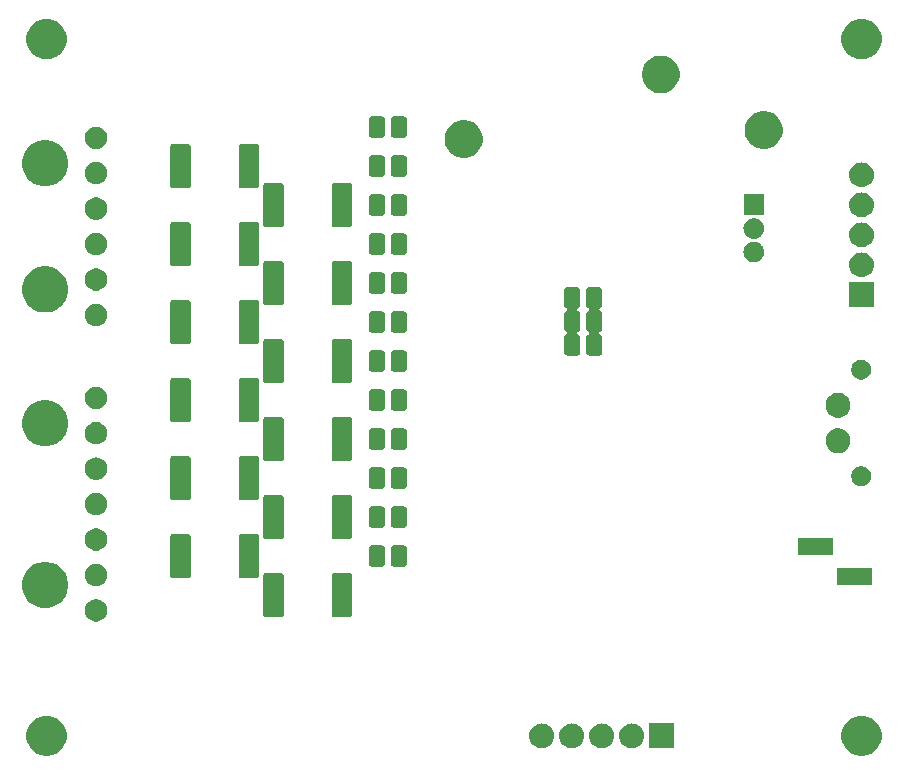
<source format=gbr>
%TF.GenerationSoftware,KiCad,Pcbnew,(5.0.0)*%
%TF.CreationDate,2019-03-03T23:19:54-06:00*%
%TF.ProjectId,BPSVoltage,425053566F6C746167652E6B69636164,rev?*%
%TF.SameCoordinates,Original*%
%TF.FileFunction,Soldermask,Bot*%
%TF.FilePolarity,Negative*%
%FSLAX46Y46*%
G04 Gerber Fmt 4.6, Leading zero omitted, Abs format (unit mm)*
G04 Created by KiCad (PCBNEW (5.0.0)) date 03/03/19 23:19:54*
%MOMM*%
%LPD*%
G01*
G04 APERTURE LIST*
%ADD10C,0.100000*%
G04 APERTURE END LIST*
D10*
G36*
X48386393Y-110343553D02*
X48495872Y-110365330D01*
X48805252Y-110493479D01*
X49083687Y-110679523D01*
X49320477Y-110916313D01*
X49506521Y-111194748D01*
X49634670Y-111504128D01*
X49700000Y-111832565D01*
X49700000Y-112167435D01*
X49634670Y-112495872D01*
X49506521Y-112805252D01*
X49320477Y-113083687D01*
X49083687Y-113320477D01*
X48805252Y-113506521D01*
X48495872Y-113634670D01*
X48386393Y-113656447D01*
X48167437Y-113700000D01*
X47832563Y-113700000D01*
X47613607Y-113656447D01*
X47504128Y-113634670D01*
X47194748Y-113506521D01*
X46916313Y-113320477D01*
X46679523Y-113083687D01*
X46493479Y-112805252D01*
X46365330Y-112495872D01*
X46300000Y-112167435D01*
X46300000Y-111832565D01*
X46365330Y-111504128D01*
X46493479Y-111194748D01*
X46679523Y-110916313D01*
X46916313Y-110679523D01*
X47194748Y-110493479D01*
X47504128Y-110365330D01*
X47613607Y-110343553D01*
X47832563Y-110300000D01*
X48167437Y-110300000D01*
X48386393Y-110343553D01*
X48386393Y-110343553D01*
G37*
G36*
X117386393Y-110343553D02*
X117495872Y-110365330D01*
X117805252Y-110493479D01*
X118083687Y-110679523D01*
X118320477Y-110916313D01*
X118506521Y-111194748D01*
X118634670Y-111504128D01*
X118700000Y-111832565D01*
X118700000Y-112167435D01*
X118634670Y-112495872D01*
X118506521Y-112805252D01*
X118320477Y-113083687D01*
X118083687Y-113320477D01*
X117805252Y-113506521D01*
X117495872Y-113634670D01*
X117386393Y-113656447D01*
X117167437Y-113700000D01*
X116832563Y-113700000D01*
X116613607Y-113656447D01*
X116504128Y-113634670D01*
X116194748Y-113506521D01*
X115916313Y-113320477D01*
X115679523Y-113083687D01*
X115493479Y-112805252D01*
X115365330Y-112495872D01*
X115300000Y-112167435D01*
X115300000Y-111832565D01*
X115365330Y-111504128D01*
X115493479Y-111194748D01*
X115679523Y-110916313D01*
X115916313Y-110679523D01*
X116194748Y-110493479D01*
X116504128Y-110365330D01*
X116613607Y-110343553D01*
X116832563Y-110300000D01*
X117167437Y-110300000D01*
X117386393Y-110343553D01*
X117386393Y-110343553D01*
G37*
G36*
X101130000Y-113050000D02*
X99030000Y-113050000D01*
X99030000Y-110950000D01*
X101130000Y-110950000D01*
X101130000Y-113050000D01*
X101130000Y-113050000D01*
G37*
G36*
X90048707Y-110957597D02*
X90125836Y-110965193D01*
X90257787Y-111005220D01*
X90323763Y-111025233D01*
X90506172Y-111122733D01*
X90666054Y-111253946D01*
X90797267Y-111413828D01*
X90894767Y-111596237D01*
X90894767Y-111596238D01*
X90954807Y-111794164D01*
X90975080Y-112000000D01*
X90954807Y-112205836D01*
X90914780Y-112337787D01*
X90894767Y-112403763D01*
X90797267Y-112586172D01*
X90666054Y-112746054D01*
X90506172Y-112877267D01*
X90323763Y-112974767D01*
X90257787Y-112994780D01*
X90125836Y-113034807D01*
X90048707Y-113042404D01*
X89971580Y-113050000D01*
X89868420Y-113050000D01*
X89791293Y-113042404D01*
X89714164Y-113034807D01*
X89582213Y-112994780D01*
X89516237Y-112974767D01*
X89333828Y-112877267D01*
X89173946Y-112746054D01*
X89042733Y-112586172D01*
X88945233Y-112403763D01*
X88925220Y-112337787D01*
X88885193Y-112205836D01*
X88864920Y-112000000D01*
X88885193Y-111794164D01*
X88945233Y-111596238D01*
X88945233Y-111596237D01*
X89042733Y-111413828D01*
X89173946Y-111253946D01*
X89333828Y-111122733D01*
X89516237Y-111025233D01*
X89582213Y-111005220D01*
X89714164Y-110965193D01*
X89791293Y-110957597D01*
X89868420Y-110950000D01*
X89971580Y-110950000D01*
X90048707Y-110957597D01*
X90048707Y-110957597D01*
G37*
G36*
X92588707Y-110957597D02*
X92665836Y-110965193D01*
X92797787Y-111005220D01*
X92863763Y-111025233D01*
X93046172Y-111122733D01*
X93206054Y-111253946D01*
X93337267Y-111413828D01*
X93434767Y-111596237D01*
X93434767Y-111596238D01*
X93494807Y-111794164D01*
X93515080Y-112000000D01*
X93494807Y-112205836D01*
X93454780Y-112337787D01*
X93434767Y-112403763D01*
X93337267Y-112586172D01*
X93206054Y-112746054D01*
X93046172Y-112877267D01*
X92863763Y-112974767D01*
X92797787Y-112994780D01*
X92665836Y-113034807D01*
X92588707Y-113042404D01*
X92511580Y-113050000D01*
X92408420Y-113050000D01*
X92331293Y-113042404D01*
X92254164Y-113034807D01*
X92122213Y-112994780D01*
X92056237Y-112974767D01*
X91873828Y-112877267D01*
X91713946Y-112746054D01*
X91582733Y-112586172D01*
X91485233Y-112403763D01*
X91465220Y-112337787D01*
X91425193Y-112205836D01*
X91404920Y-112000000D01*
X91425193Y-111794164D01*
X91485233Y-111596238D01*
X91485233Y-111596237D01*
X91582733Y-111413828D01*
X91713946Y-111253946D01*
X91873828Y-111122733D01*
X92056237Y-111025233D01*
X92122213Y-111005220D01*
X92254164Y-110965193D01*
X92331293Y-110957597D01*
X92408420Y-110950000D01*
X92511580Y-110950000D01*
X92588707Y-110957597D01*
X92588707Y-110957597D01*
G37*
G36*
X97668707Y-110957597D02*
X97745836Y-110965193D01*
X97877787Y-111005220D01*
X97943763Y-111025233D01*
X98126172Y-111122733D01*
X98286054Y-111253946D01*
X98417267Y-111413828D01*
X98514767Y-111596237D01*
X98514767Y-111596238D01*
X98574807Y-111794164D01*
X98595080Y-112000000D01*
X98574807Y-112205836D01*
X98534780Y-112337787D01*
X98514767Y-112403763D01*
X98417267Y-112586172D01*
X98286054Y-112746054D01*
X98126172Y-112877267D01*
X97943763Y-112974767D01*
X97877787Y-112994780D01*
X97745836Y-113034807D01*
X97668707Y-113042404D01*
X97591580Y-113050000D01*
X97488420Y-113050000D01*
X97411293Y-113042404D01*
X97334164Y-113034807D01*
X97202213Y-112994780D01*
X97136237Y-112974767D01*
X96953828Y-112877267D01*
X96793946Y-112746054D01*
X96662733Y-112586172D01*
X96565233Y-112403763D01*
X96545220Y-112337787D01*
X96505193Y-112205836D01*
X96484920Y-112000000D01*
X96505193Y-111794164D01*
X96565233Y-111596238D01*
X96565233Y-111596237D01*
X96662733Y-111413828D01*
X96793946Y-111253946D01*
X96953828Y-111122733D01*
X97136237Y-111025233D01*
X97202213Y-111005220D01*
X97334164Y-110965193D01*
X97411293Y-110957597D01*
X97488420Y-110950000D01*
X97591580Y-110950000D01*
X97668707Y-110957597D01*
X97668707Y-110957597D01*
G37*
G36*
X95128707Y-110957597D02*
X95205836Y-110965193D01*
X95337787Y-111005220D01*
X95403763Y-111025233D01*
X95586172Y-111122733D01*
X95746054Y-111253946D01*
X95877267Y-111413828D01*
X95974767Y-111596237D01*
X95974767Y-111596238D01*
X96034807Y-111794164D01*
X96055080Y-112000000D01*
X96034807Y-112205836D01*
X95994780Y-112337787D01*
X95974767Y-112403763D01*
X95877267Y-112586172D01*
X95746054Y-112746054D01*
X95586172Y-112877267D01*
X95403763Y-112974767D01*
X95337787Y-112994780D01*
X95205836Y-113034807D01*
X95128707Y-113042404D01*
X95051580Y-113050000D01*
X94948420Y-113050000D01*
X94871293Y-113042404D01*
X94794164Y-113034807D01*
X94662213Y-112994780D01*
X94596237Y-112974767D01*
X94413828Y-112877267D01*
X94253946Y-112746054D01*
X94122733Y-112586172D01*
X94025233Y-112403763D01*
X94005220Y-112337787D01*
X93965193Y-112205836D01*
X93944920Y-112000000D01*
X93965193Y-111794164D01*
X94025233Y-111596238D01*
X94025233Y-111596237D01*
X94122733Y-111413828D01*
X94253946Y-111253946D01*
X94413828Y-111122733D01*
X94596237Y-111025233D01*
X94662213Y-111005220D01*
X94794164Y-110965193D01*
X94871293Y-110957597D01*
X94948420Y-110950000D01*
X95051580Y-110950000D01*
X95128707Y-110957597D01*
X95128707Y-110957597D01*
G37*
G36*
X52336451Y-100434627D02*
X52474105Y-100462008D01*
X52646994Y-100533621D01*
X52802590Y-100637587D01*
X52934913Y-100769910D01*
X53038879Y-100925506D01*
X53110492Y-101098395D01*
X53147000Y-101281933D01*
X53147000Y-101469067D01*
X53110492Y-101652605D01*
X53038879Y-101825494D01*
X52934913Y-101981090D01*
X52802590Y-102113413D01*
X52646994Y-102217379D01*
X52474105Y-102288992D01*
X52336451Y-102316373D01*
X52290568Y-102325500D01*
X52103432Y-102325500D01*
X52057549Y-102316373D01*
X51919895Y-102288992D01*
X51747006Y-102217379D01*
X51591410Y-102113413D01*
X51459087Y-101981090D01*
X51355121Y-101825494D01*
X51283508Y-101652605D01*
X51247000Y-101469067D01*
X51247000Y-101281933D01*
X51283508Y-101098395D01*
X51355121Y-100925506D01*
X51459087Y-100769910D01*
X51591410Y-100637587D01*
X51747006Y-100533621D01*
X51919895Y-100462008D01*
X52057548Y-100434627D01*
X52103432Y-100425500D01*
X52290568Y-100425500D01*
X52336451Y-100434627D01*
X52336451Y-100434627D01*
G37*
G36*
X67881378Y-98206308D02*
X67927302Y-98220239D01*
X67969615Y-98242855D01*
X68006705Y-98273295D01*
X68037145Y-98310385D01*
X68059761Y-98352698D01*
X68073692Y-98398622D01*
X68079000Y-98452511D01*
X68079000Y-101699489D01*
X68073692Y-101753378D01*
X68059761Y-101799302D01*
X68037145Y-101841615D01*
X68006705Y-101878705D01*
X67969615Y-101909145D01*
X67927302Y-101931761D01*
X67881378Y-101945692D01*
X67827489Y-101951000D01*
X66580511Y-101951000D01*
X66526622Y-101945692D01*
X66480698Y-101931761D01*
X66438385Y-101909145D01*
X66401295Y-101878705D01*
X66370855Y-101841615D01*
X66348239Y-101799302D01*
X66334308Y-101753378D01*
X66329000Y-101699489D01*
X66329000Y-98452511D01*
X66334308Y-98398622D01*
X66348239Y-98352698D01*
X66370855Y-98310385D01*
X66401295Y-98273295D01*
X66438385Y-98242855D01*
X66480698Y-98220239D01*
X66526622Y-98206308D01*
X66580511Y-98201000D01*
X67827489Y-98201000D01*
X67881378Y-98206308D01*
X67881378Y-98206308D01*
G37*
G36*
X73681378Y-98206308D02*
X73727302Y-98220239D01*
X73769615Y-98242855D01*
X73806705Y-98273295D01*
X73837145Y-98310385D01*
X73859761Y-98352698D01*
X73873692Y-98398622D01*
X73879000Y-98452511D01*
X73879000Y-101699489D01*
X73873692Y-101753378D01*
X73859761Y-101799302D01*
X73837145Y-101841615D01*
X73806705Y-101878705D01*
X73769615Y-101909145D01*
X73727302Y-101931761D01*
X73681378Y-101945692D01*
X73627489Y-101951000D01*
X72380511Y-101951000D01*
X72326622Y-101945692D01*
X72280698Y-101931761D01*
X72238385Y-101909145D01*
X72201295Y-101878705D01*
X72170855Y-101841615D01*
X72148239Y-101799302D01*
X72134308Y-101753378D01*
X72129000Y-101699489D01*
X72129000Y-98452511D01*
X72134308Y-98398622D01*
X72148239Y-98352698D01*
X72170855Y-98310385D01*
X72201295Y-98273295D01*
X72238385Y-98242855D01*
X72280698Y-98220239D01*
X72326622Y-98206308D01*
X72380511Y-98201000D01*
X73627489Y-98201000D01*
X73681378Y-98206308D01*
X73681378Y-98206308D01*
G37*
G36*
X48447793Y-97341437D02*
X48802670Y-97488432D01*
X49122055Y-97701838D01*
X49393662Y-97973445D01*
X49607068Y-98292830D01*
X49754063Y-98647707D01*
X49829000Y-99024440D01*
X49829000Y-99408560D01*
X49754063Y-99785293D01*
X49607068Y-100140170D01*
X49393662Y-100459555D01*
X49122055Y-100731162D01*
X48802670Y-100944568D01*
X48447793Y-101091563D01*
X48071060Y-101166500D01*
X47686940Y-101166500D01*
X47310207Y-101091563D01*
X46955330Y-100944568D01*
X46635945Y-100731162D01*
X46364338Y-100459555D01*
X46150932Y-100140170D01*
X46003937Y-99785293D01*
X45929000Y-99408560D01*
X45929000Y-99024440D01*
X46003937Y-98647707D01*
X46150932Y-98292830D01*
X46364338Y-97973445D01*
X46635945Y-97701838D01*
X46955330Y-97488432D01*
X47310207Y-97341437D01*
X47686940Y-97266500D01*
X48071060Y-97266500D01*
X48447793Y-97341437D01*
X48447793Y-97341437D01*
G37*
G36*
X52336452Y-97434627D02*
X52474105Y-97462008D01*
X52646994Y-97533621D01*
X52802590Y-97637587D01*
X52934913Y-97769910D01*
X53038879Y-97925506D01*
X53110492Y-98098395D01*
X53147000Y-98281933D01*
X53147000Y-98469067D01*
X53110492Y-98652605D01*
X53038879Y-98825494D01*
X52934913Y-98981090D01*
X52802590Y-99113413D01*
X52646994Y-99217379D01*
X52474105Y-99288992D01*
X52336451Y-99316373D01*
X52290568Y-99325500D01*
X52103432Y-99325500D01*
X52057548Y-99316373D01*
X51919895Y-99288992D01*
X51747006Y-99217379D01*
X51591410Y-99113413D01*
X51459087Y-98981090D01*
X51355121Y-98825494D01*
X51283508Y-98652605D01*
X51247000Y-98469067D01*
X51247000Y-98281933D01*
X51283508Y-98098395D01*
X51355121Y-97925506D01*
X51459087Y-97769910D01*
X51591410Y-97637587D01*
X51747006Y-97533621D01*
X51919895Y-97462008D01*
X52057549Y-97434627D01*
X52103432Y-97425500D01*
X52290568Y-97425500D01*
X52336452Y-97434627D01*
X52336452Y-97434627D01*
G37*
G36*
X117858500Y-99188500D02*
X114948500Y-99188500D01*
X114948500Y-97788500D01*
X117858500Y-97788500D01*
X117858500Y-99188500D01*
X117858500Y-99188500D01*
G37*
G36*
X65807378Y-94904308D02*
X65853302Y-94918239D01*
X65895615Y-94940855D01*
X65932705Y-94971295D01*
X65963145Y-95008385D01*
X65985761Y-95050698D01*
X65999692Y-95096622D01*
X66005000Y-95150511D01*
X66005000Y-98397489D01*
X65999692Y-98451378D01*
X65985761Y-98497302D01*
X65963145Y-98539615D01*
X65932705Y-98576705D01*
X65895615Y-98607145D01*
X65853302Y-98629761D01*
X65807378Y-98643692D01*
X65753489Y-98649000D01*
X64506511Y-98649000D01*
X64452622Y-98643692D01*
X64406698Y-98629761D01*
X64364385Y-98607145D01*
X64327295Y-98576705D01*
X64296855Y-98539615D01*
X64274239Y-98497302D01*
X64260308Y-98451378D01*
X64255000Y-98397489D01*
X64255000Y-95150511D01*
X64260308Y-95096622D01*
X64274239Y-95050698D01*
X64296855Y-95008385D01*
X64327295Y-94971295D01*
X64364385Y-94940855D01*
X64406698Y-94918239D01*
X64452622Y-94904308D01*
X64506511Y-94899000D01*
X65753489Y-94899000D01*
X65807378Y-94904308D01*
X65807378Y-94904308D01*
G37*
G36*
X60007378Y-94904308D02*
X60053302Y-94918239D01*
X60095615Y-94940855D01*
X60132705Y-94971295D01*
X60163145Y-95008385D01*
X60185761Y-95050698D01*
X60199692Y-95096622D01*
X60205000Y-95150511D01*
X60205000Y-98397489D01*
X60199692Y-98451378D01*
X60185761Y-98497302D01*
X60163145Y-98539615D01*
X60132705Y-98576705D01*
X60095615Y-98607145D01*
X60053302Y-98629761D01*
X60007378Y-98643692D01*
X59953489Y-98649000D01*
X58706511Y-98649000D01*
X58652622Y-98643692D01*
X58606698Y-98629761D01*
X58564385Y-98607145D01*
X58527295Y-98576705D01*
X58496855Y-98539615D01*
X58474239Y-98497302D01*
X58460308Y-98451378D01*
X58455000Y-98397489D01*
X58455000Y-95150511D01*
X58460308Y-95096622D01*
X58474239Y-95050698D01*
X58496855Y-95008385D01*
X58527295Y-94971295D01*
X58564385Y-94940855D01*
X58606698Y-94918239D01*
X58652622Y-94904308D01*
X58706511Y-94899000D01*
X59953489Y-94899000D01*
X60007378Y-94904308D01*
X60007378Y-94904308D01*
G37*
G36*
X76406997Y-95879997D02*
X76459653Y-95895970D01*
X76508165Y-95921900D01*
X76550696Y-95956804D01*
X76585600Y-95999335D01*
X76611530Y-96047847D01*
X76627503Y-96100503D01*
X76633500Y-96161390D01*
X76633500Y-97386610D01*
X76627503Y-97447497D01*
X76611530Y-97500153D01*
X76585600Y-97548665D01*
X76550696Y-97591196D01*
X76508165Y-97626100D01*
X76459653Y-97652030D01*
X76406997Y-97668003D01*
X76346110Y-97674000D01*
X75545890Y-97674000D01*
X75485003Y-97668003D01*
X75432347Y-97652030D01*
X75383835Y-97626100D01*
X75341304Y-97591196D01*
X75306400Y-97548665D01*
X75280470Y-97500153D01*
X75264497Y-97447497D01*
X75258500Y-97386610D01*
X75258500Y-96161390D01*
X75264497Y-96100503D01*
X75280470Y-96047847D01*
X75306400Y-95999335D01*
X75341304Y-95956804D01*
X75383835Y-95921900D01*
X75432347Y-95895970D01*
X75485003Y-95879997D01*
X75545890Y-95874000D01*
X76346110Y-95874000D01*
X76406997Y-95879997D01*
X76406997Y-95879997D01*
G37*
G36*
X78281997Y-95879997D02*
X78334653Y-95895970D01*
X78383165Y-95921900D01*
X78425696Y-95956804D01*
X78460600Y-95999335D01*
X78486530Y-96047847D01*
X78502503Y-96100503D01*
X78508500Y-96161390D01*
X78508500Y-97386610D01*
X78502503Y-97447497D01*
X78486530Y-97500153D01*
X78460600Y-97548665D01*
X78425696Y-97591196D01*
X78383165Y-97626100D01*
X78334653Y-97652030D01*
X78281997Y-97668003D01*
X78221110Y-97674000D01*
X77420890Y-97674000D01*
X77360003Y-97668003D01*
X77307347Y-97652030D01*
X77258835Y-97626100D01*
X77216304Y-97591196D01*
X77181400Y-97548665D01*
X77155470Y-97500153D01*
X77139497Y-97447497D01*
X77133500Y-97386610D01*
X77133500Y-96161390D01*
X77139497Y-96100503D01*
X77155470Y-96047847D01*
X77181400Y-95999335D01*
X77216304Y-95956804D01*
X77258835Y-95921900D01*
X77307347Y-95895970D01*
X77360003Y-95879997D01*
X77420890Y-95874000D01*
X78221110Y-95874000D01*
X78281997Y-95879997D01*
X78281997Y-95879997D01*
G37*
G36*
X114548500Y-96648500D02*
X111638500Y-96648500D01*
X111638500Y-95248500D01*
X114548500Y-95248500D01*
X114548500Y-96648500D01*
X114548500Y-96648500D01*
G37*
G36*
X52336452Y-94434627D02*
X52474105Y-94462008D01*
X52646994Y-94533621D01*
X52802590Y-94637587D01*
X52934913Y-94769910D01*
X53038879Y-94925506D01*
X53110492Y-95098395D01*
X53147000Y-95281933D01*
X53147000Y-95469067D01*
X53110492Y-95652605D01*
X53038879Y-95825494D01*
X52934913Y-95981090D01*
X52802590Y-96113413D01*
X52646994Y-96217379D01*
X52474105Y-96288992D01*
X52336451Y-96316373D01*
X52290568Y-96325500D01*
X52103432Y-96325500D01*
X52057549Y-96316373D01*
X51919895Y-96288992D01*
X51747006Y-96217379D01*
X51591410Y-96113413D01*
X51459087Y-95981090D01*
X51355121Y-95825494D01*
X51283508Y-95652605D01*
X51247000Y-95469067D01*
X51247000Y-95281933D01*
X51283508Y-95098395D01*
X51355121Y-94925506D01*
X51459087Y-94769910D01*
X51591410Y-94637587D01*
X51747006Y-94533621D01*
X51919895Y-94462008D01*
X52057548Y-94434627D01*
X52103432Y-94425500D01*
X52290568Y-94425500D01*
X52336452Y-94434627D01*
X52336452Y-94434627D01*
G37*
G36*
X67881378Y-91602308D02*
X67927302Y-91616239D01*
X67969615Y-91638855D01*
X68006705Y-91669295D01*
X68037145Y-91706385D01*
X68059761Y-91748698D01*
X68073692Y-91794622D01*
X68079000Y-91848511D01*
X68079000Y-95095489D01*
X68073692Y-95149378D01*
X68059761Y-95195302D01*
X68037145Y-95237615D01*
X68006705Y-95274705D01*
X67969615Y-95305145D01*
X67927302Y-95327761D01*
X67881378Y-95341692D01*
X67827489Y-95347000D01*
X66580511Y-95347000D01*
X66526622Y-95341692D01*
X66480698Y-95327761D01*
X66438385Y-95305145D01*
X66401295Y-95274705D01*
X66370855Y-95237615D01*
X66348239Y-95195302D01*
X66334308Y-95149378D01*
X66329000Y-95095489D01*
X66329000Y-91848511D01*
X66334308Y-91794622D01*
X66348239Y-91748698D01*
X66370855Y-91706385D01*
X66401295Y-91669295D01*
X66438385Y-91638855D01*
X66480698Y-91616239D01*
X66526622Y-91602308D01*
X66580511Y-91597000D01*
X67827489Y-91597000D01*
X67881378Y-91602308D01*
X67881378Y-91602308D01*
G37*
G36*
X73681378Y-91602308D02*
X73727302Y-91616239D01*
X73769615Y-91638855D01*
X73806705Y-91669295D01*
X73837145Y-91706385D01*
X73859761Y-91748698D01*
X73873692Y-91794622D01*
X73879000Y-91848511D01*
X73879000Y-95095489D01*
X73873692Y-95149378D01*
X73859761Y-95195302D01*
X73837145Y-95237615D01*
X73806705Y-95274705D01*
X73769615Y-95305145D01*
X73727302Y-95327761D01*
X73681378Y-95341692D01*
X73627489Y-95347000D01*
X72380511Y-95347000D01*
X72326622Y-95341692D01*
X72280698Y-95327761D01*
X72238385Y-95305145D01*
X72201295Y-95274705D01*
X72170855Y-95237615D01*
X72148239Y-95195302D01*
X72134308Y-95149378D01*
X72129000Y-95095489D01*
X72129000Y-91848511D01*
X72134308Y-91794622D01*
X72148239Y-91748698D01*
X72170855Y-91706385D01*
X72201295Y-91669295D01*
X72238385Y-91638855D01*
X72280698Y-91616239D01*
X72326622Y-91602308D01*
X72380511Y-91597000D01*
X73627489Y-91597000D01*
X73681378Y-91602308D01*
X73681378Y-91602308D01*
G37*
G36*
X78281997Y-92577997D02*
X78334653Y-92593970D01*
X78383165Y-92619900D01*
X78425696Y-92654804D01*
X78460600Y-92697335D01*
X78486530Y-92745847D01*
X78502503Y-92798503D01*
X78508500Y-92859390D01*
X78508500Y-94084610D01*
X78502503Y-94145497D01*
X78486530Y-94198153D01*
X78460600Y-94246665D01*
X78425696Y-94289196D01*
X78383165Y-94324100D01*
X78334653Y-94350030D01*
X78281997Y-94366003D01*
X78221110Y-94372000D01*
X77420890Y-94372000D01*
X77360003Y-94366003D01*
X77307347Y-94350030D01*
X77258835Y-94324100D01*
X77216304Y-94289196D01*
X77181400Y-94246665D01*
X77155470Y-94198153D01*
X77139497Y-94145497D01*
X77133500Y-94084610D01*
X77133500Y-92859390D01*
X77139497Y-92798503D01*
X77155470Y-92745847D01*
X77181400Y-92697335D01*
X77216304Y-92654804D01*
X77258835Y-92619900D01*
X77307347Y-92593970D01*
X77360003Y-92577997D01*
X77420890Y-92572000D01*
X78221110Y-92572000D01*
X78281997Y-92577997D01*
X78281997Y-92577997D01*
G37*
G36*
X76406997Y-92577997D02*
X76459653Y-92593970D01*
X76508165Y-92619900D01*
X76550696Y-92654804D01*
X76585600Y-92697335D01*
X76611530Y-92745847D01*
X76627503Y-92798503D01*
X76633500Y-92859390D01*
X76633500Y-94084610D01*
X76627503Y-94145497D01*
X76611530Y-94198153D01*
X76585600Y-94246665D01*
X76550696Y-94289196D01*
X76508165Y-94324100D01*
X76459653Y-94350030D01*
X76406997Y-94366003D01*
X76346110Y-94372000D01*
X75545890Y-94372000D01*
X75485003Y-94366003D01*
X75432347Y-94350030D01*
X75383835Y-94324100D01*
X75341304Y-94289196D01*
X75306400Y-94246665D01*
X75280470Y-94198153D01*
X75264497Y-94145497D01*
X75258500Y-94084610D01*
X75258500Y-92859390D01*
X75264497Y-92798503D01*
X75280470Y-92745847D01*
X75306400Y-92697335D01*
X75341304Y-92654804D01*
X75383835Y-92619900D01*
X75432347Y-92593970D01*
X75485003Y-92577997D01*
X75545890Y-92572000D01*
X76346110Y-92572000D01*
X76406997Y-92577997D01*
X76406997Y-92577997D01*
G37*
G36*
X52336452Y-91434627D02*
X52474105Y-91462008D01*
X52646994Y-91533621D01*
X52802590Y-91637587D01*
X52934913Y-91769910D01*
X53038879Y-91925506D01*
X53110492Y-92098395D01*
X53147000Y-92281933D01*
X53147000Y-92469067D01*
X53110492Y-92652605D01*
X53038879Y-92825494D01*
X52934913Y-92981090D01*
X52802590Y-93113413D01*
X52646994Y-93217379D01*
X52474105Y-93288992D01*
X52336452Y-93316373D01*
X52290568Y-93325500D01*
X52103432Y-93325500D01*
X52057548Y-93316373D01*
X51919895Y-93288992D01*
X51747006Y-93217379D01*
X51591410Y-93113413D01*
X51459087Y-92981090D01*
X51355121Y-92825494D01*
X51283508Y-92652605D01*
X51247000Y-92469067D01*
X51247000Y-92281933D01*
X51283508Y-92098395D01*
X51355121Y-91925506D01*
X51459087Y-91769910D01*
X51591410Y-91637587D01*
X51747006Y-91533621D01*
X51919895Y-91462008D01*
X52057548Y-91434627D01*
X52103432Y-91425500D01*
X52290568Y-91425500D01*
X52336452Y-91434627D01*
X52336452Y-91434627D01*
G37*
G36*
X60007378Y-88300308D02*
X60053302Y-88314239D01*
X60095615Y-88336855D01*
X60132705Y-88367295D01*
X60163145Y-88404385D01*
X60185761Y-88446698D01*
X60199692Y-88492622D01*
X60205000Y-88546511D01*
X60205000Y-91793489D01*
X60199692Y-91847378D01*
X60185761Y-91893302D01*
X60163145Y-91935615D01*
X60132705Y-91972705D01*
X60095615Y-92003145D01*
X60053302Y-92025761D01*
X60007378Y-92039692D01*
X59953489Y-92045000D01*
X58706511Y-92045000D01*
X58652622Y-92039692D01*
X58606698Y-92025761D01*
X58564385Y-92003145D01*
X58527295Y-91972705D01*
X58496855Y-91935615D01*
X58474239Y-91893302D01*
X58460308Y-91847378D01*
X58455000Y-91793489D01*
X58455000Y-88546511D01*
X58460308Y-88492622D01*
X58474239Y-88446698D01*
X58496855Y-88404385D01*
X58527295Y-88367295D01*
X58564385Y-88336855D01*
X58606698Y-88314239D01*
X58652622Y-88300308D01*
X58706511Y-88295000D01*
X59953489Y-88295000D01*
X60007378Y-88300308D01*
X60007378Y-88300308D01*
G37*
G36*
X65807378Y-88300308D02*
X65853302Y-88314239D01*
X65895615Y-88336855D01*
X65932705Y-88367295D01*
X65963145Y-88404385D01*
X65985761Y-88446698D01*
X65999692Y-88492622D01*
X66005000Y-88546511D01*
X66005000Y-91793489D01*
X65999692Y-91847378D01*
X65985761Y-91893302D01*
X65963145Y-91935615D01*
X65932705Y-91972705D01*
X65895615Y-92003145D01*
X65853302Y-92025761D01*
X65807378Y-92039692D01*
X65753489Y-92045000D01*
X64506511Y-92045000D01*
X64452622Y-92039692D01*
X64406698Y-92025761D01*
X64364385Y-92003145D01*
X64327295Y-91972705D01*
X64296855Y-91935615D01*
X64274239Y-91893302D01*
X64260308Y-91847378D01*
X64255000Y-91793489D01*
X64255000Y-88546511D01*
X64260308Y-88492622D01*
X64274239Y-88446698D01*
X64296855Y-88404385D01*
X64327295Y-88367295D01*
X64364385Y-88336855D01*
X64406698Y-88314239D01*
X64452622Y-88300308D01*
X64506511Y-88295000D01*
X65753489Y-88295000D01*
X65807378Y-88300308D01*
X65807378Y-88300308D01*
G37*
G36*
X78281997Y-89275997D02*
X78334653Y-89291970D01*
X78383165Y-89317900D01*
X78425696Y-89352804D01*
X78460600Y-89395335D01*
X78486530Y-89443847D01*
X78502503Y-89496503D01*
X78508500Y-89557390D01*
X78508500Y-90782610D01*
X78502503Y-90843497D01*
X78486530Y-90896153D01*
X78460600Y-90944665D01*
X78425696Y-90987196D01*
X78383165Y-91022100D01*
X78334653Y-91048030D01*
X78281997Y-91064003D01*
X78221110Y-91070000D01*
X77420890Y-91070000D01*
X77360003Y-91064003D01*
X77307347Y-91048030D01*
X77258835Y-91022100D01*
X77216304Y-90987196D01*
X77181400Y-90944665D01*
X77155470Y-90896153D01*
X77139497Y-90843497D01*
X77133500Y-90782610D01*
X77133500Y-89557390D01*
X77139497Y-89496503D01*
X77155470Y-89443847D01*
X77181400Y-89395335D01*
X77216304Y-89352804D01*
X77258835Y-89317900D01*
X77307347Y-89291970D01*
X77360003Y-89275997D01*
X77420890Y-89270000D01*
X78221110Y-89270000D01*
X78281997Y-89275997D01*
X78281997Y-89275997D01*
G37*
G36*
X76406997Y-89275997D02*
X76459653Y-89291970D01*
X76508165Y-89317900D01*
X76550696Y-89352804D01*
X76585600Y-89395335D01*
X76611530Y-89443847D01*
X76627503Y-89496503D01*
X76633500Y-89557390D01*
X76633500Y-90782610D01*
X76627503Y-90843497D01*
X76611530Y-90896153D01*
X76585600Y-90944665D01*
X76550696Y-90987196D01*
X76508165Y-91022100D01*
X76459653Y-91048030D01*
X76406997Y-91064003D01*
X76346110Y-91070000D01*
X75545890Y-91070000D01*
X75485003Y-91064003D01*
X75432347Y-91048030D01*
X75383835Y-91022100D01*
X75341304Y-90987196D01*
X75306400Y-90944665D01*
X75280470Y-90896153D01*
X75264497Y-90843497D01*
X75258500Y-90782610D01*
X75258500Y-89557390D01*
X75264497Y-89496503D01*
X75280470Y-89443847D01*
X75306400Y-89395335D01*
X75341304Y-89352804D01*
X75383835Y-89317900D01*
X75432347Y-89291970D01*
X75485003Y-89275997D01*
X75545890Y-89270000D01*
X76346110Y-89270000D01*
X76406997Y-89275997D01*
X76406997Y-89275997D01*
G37*
G36*
X117203558Y-89197088D02*
X117355522Y-89260033D01*
X117492284Y-89351415D01*
X117608585Y-89467716D01*
X117699967Y-89604478D01*
X117762912Y-89756442D01*
X117795000Y-89917758D01*
X117795000Y-90082242D01*
X117762912Y-90243558D01*
X117699967Y-90395522D01*
X117608585Y-90532284D01*
X117492284Y-90648585D01*
X117355522Y-90739967D01*
X117203558Y-90802912D01*
X117042242Y-90835000D01*
X116877758Y-90835000D01*
X116716442Y-90802912D01*
X116564478Y-90739967D01*
X116427716Y-90648585D01*
X116311415Y-90532284D01*
X116220033Y-90395522D01*
X116157088Y-90243558D01*
X116125000Y-90082242D01*
X116125000Y-89917758D01*
X116157088Y-89756442D01*
X116220033Y-89604478D01*
X116311415Y-89467716D01*
X116427716Y-89351415D01*
X116564478Y-89260033D01*
X116716442Y-89197088D01*
X116877758Y-89165000D01*
X117042242Y-89165000D01*
X117203558Y-89197088D01*
X117203558Y-89197088D01*
G37*
G36*
X52336451Y-88434627D02*
X52474105Y-88462008D01*
X52646994Y-88533621D01*
X52802590Y-88637587D01*
X52934913Y-88769910D01*
X53038879Y-88925506D01*
X53110492Y-89098395D01*
X53130123Y-89197088D01*
X53144627Y-89270000D01*
X53147000Y-89281933D01*
X53147000Y-89469067D01*
X53110492Y-89652605D01*
X53038879Y-89825494D01*
X52934913Y-89981090D01*
X52802590Y-90113413D01*
X52646994Y-90217379D01*
X52474105Y-90288992D01*
X52336452Y-90316373D01*
X52290568Y-90325500D01*
X52103432Y-90325500D01*
X52057548Y-90316373D01*
X51919895Y-90288992D01*
X51747006Y-90217379D01*
X51591410Y-90113413D01*
X51459087Y-89981090D01*
X51355121Y-89825494D01*
X51283508Y-89652605D01*
X51247000Y-89469067D01*
X51247000Y-89281933D01*
X51249374Y-89270000D01*
X51263877Y-89197088D01*
X51283508Y-89098395D01*
X51355121Y-88925506D01*
X51459087Y-88769910D01*
X51591410Y-88637587D01*
X51747006Y-88533621D01*
X51919895Y-88462008D01*
X52057549Y-88434627D01*
X52103432Y-88425500D01*
X52290568Y-88425500D01*
X52336451Y-88434627D01*
X52336451Y-88434627D01*
G37*
G36*
X73681378Y-84998308D02*
X73727302Y-85012239D01*
X73769615Y-85034855D01*
X73806705Y-85065295D01*
X73837145Y-85102385D01*
X73859761Y-85144698D01*
X73873692Y-85190622D01*
X73879000Y-85244511D01*
X73879000Y-88491489D01*
X73873692Y-88545378D01*
X73859761Y-88591302D01*
X73837145Y-88633615D01*
X73806705Y-88670705D01*
X73769615Y-88701145D01*
X73727302Y-88723761D01*
X73681378Y-88737692D01*
X73627489Y-88743000D01*
X72380511Y-88743000D01*
X72326622Y-88737692D01*
X72280698Y-88723761D01*
X72238385Y-88701145D01*
X72201295Y-88670705D01*
X72170855Y-88633615D01*
X72148239Y-88591302D01*
X72134308Y-88545378D01*
X72129000Y-88491489D01*
X72129000Y-85244511D01*
X72134308Y-85190622D01*
X72148239Y-85144698D01*
X72170855Y-85102385D01*
X72201295Y-85065295D01*
X72238385Y-85034855D01*
X72280698Y-85012239D01*
X72326622Y-84998308D01*
X72380511Y-84993000D01*
X73627489Y-84993000D01*
X73681378Y-84998308D01*
X73681378Y-84998308D01*
G37*
G36*
X67881378Y-84998308D02*
X67927302Y-85012239D01*
X67969615Y-85034855D01*
X68006705Y-85065295D01*
X68037145Y-85102385D01*
X68059761Y-85144698D01*
X68073692Y-85190622D01*
X68079000Y-85244511D01*
X68079000Y-88491489D01*
X68073692Y-88545378D01*
X68059761Y-88591302D01*
X68037145Y-88633615D01*
X68006705Y-88670705D01*
X67969615Y-88701145D01*
X67927302Y-88723761D01*
X67881378Y-88737692D01*
X67827489Y-88743000D01*
X66580511Y-88743000D01*
X66526622Y-88737692D01*
X66480698Y-88723761D01*
X66438385Y-88701145D01*
X66401295Y-88670705D01*
X66370855Y-88633615D01*
X66348239Y-88591302D01*
X66334308Y-88545378D01*
X66329000Y-88491489D01*
X66329000Y-85244511D01*
X66334308Y-85190622D01*
X66348239Y-85144698D01*
X66370855Y-85102385D01*
X66401295Y-85065295D01*
X66438385Y-85034855D01*
X66480698Y-85012239D01*
X66526622Y-84998308D01*
X66580511Y-84993000D01*
X67827489Y-84993000D01*
X67881378Y-84998308D01*
X67881378Y-84998308D01*
G37*
G36*
X115125888Y-85954470D02*
X115306274Y-85990350D01*
X115497362Y-86069502D01*
X115669336Y-86184411D01*
X115815589Y-86330664D01*
X115930498Y-86502638D01*
X116009650Y-86693726D01*
X116050000Y-86896584D01*
X116050000Y-87103416D01*
X116009650Y-87306274D01*
X115930498Y-87497362D01*
X115815589Y-87669336D01*
X115669336Y-87815589D01*
X115497362Y-87930498D01*
X115306274Y-88009650D01*
X115125888Y-88045530D01*
X115103417Y-88050000D01*
X114896583Y-88050000D01*
X114874112Y-88045530D01*
X114693726Y-88009650D01*
X114502638Y-87930498D01*
X114330664Y-87815589D01*
X114184411Y-87669336D01*
X114069502Y-87497362D01*
X113990350Y-87306274D01*
X113950000Y-87103416D01*
X113950000Y-86896584D01*
X113990350Y-86693726D01*
X114069502Y-86502638D01*
X114184411Y-86330664D01*
X114330664Y-86184411D01*
X114502638Y-86069502D01*
X114693726Y-85990350D01*
X114874112Y-85954470D01*
X114896583Y-85950000D01*
X115103417Y-85950000D01*
X115125888Y-85954470D01*
X115125888Y-85954470D01*
G37*
G36*
X76406997Y-85973997D02*
X76459653Y-85989970D01*
X76508165Y-86015900D01*
X76550696Y-86050804D01*
X76585600Y-86093335D01*
X76611530Y-86141847D01*
X76627503Y-86194503D01*
X76633500Y-86255390D01*
X76633500Y-87480610D01*
X76627503Y-87541497D01*
X76611530Y-87594153D01*
X76585600Y-87642665D01*
X76550696Y-87685196D01*
X76508165Y-87720100D01*
X76459653Y-87746030D01*
X76406997Y-87762003D01*
X76346110Y-87768000D01*
X75545890Y-87768000D01*
X75485003Y-87762003D01*
X75432347Y-87746030D01*
X75383835Y-87720100D01*
X75341304Y-87685196D01*
X75306400Y-87642665D01*
X75280470Y-87594153D01*
X75264497Y-87541497D01*
X75258500Y-87480610D01*
X75258500Y-86255390D01*
X75264497Y-86194503D01*
X75280470Y-86141847D01*
X75306400Y-86093335D01*
X75341304Y-86050804D01*
X75383835Y-86015900D01*
X75432347Y-85989970D01*
X75485003Y-85973997D01*
X75545890Y-85968000D01*
X76346110Y-85968000D01*
X76406997Y-85973997D01*
X76406997Y-85973997D01*
G37*
G36*
X78281997Y-85973997D02*
X78334653Y-85989970D01*
X78383165Y-86015900D01*
X78425696Y-86050804D01*
X78460600Y-86093335D01*
X78486530Y-86141847D01*
X78502503Y-86194503D01*
X78508500Y-86255390D01*
X78508500Y-87480610D01*
X78502503Y-87541497D01*
X78486530Y-87594153D01*
X78460600Y-87642665D01*
X78425696Y-87685196D01*
X78383165Y-87720100D01*
X78334653Y-87746030D01*
X78281997Y-87762003D01*
X78221110Y-87768000D01*
X77420890Y-87768000D01*
X77360003Y-87762003D01*
X77307347Y-87746030D01*
X77258835Y-87720100D01*
X77216304Y-87685196D01*
X77181400Y-87642665D01*
X77155470Y-87594153D01*
X77139497Y-87541497D01*
X77133500Y-87480610D01*
X77133500Y-86255390D01*
X77139497Y-86194503D01*
X77155470Y-86141847D01*
X77181400Y-86093335D01*
X77216304Y-86050804D01*
X77258835Y-86015900D01*
X77307347Y-85989970D01*
X77360003Y-85973997D01*
X77420890Y-85968000D01*
X78221110Y-85968000D01*
X78281997Y-85973997D01*
X78281997Y-85973997D01*
G37*
G36*
X48447793Y-83659437D02*
X48802670Y-83806432D01*
X49122055Y-84019838D01*
X49393662Y-84291445D01*
X49607068Y-84610830D01*
X49754063Y-84965707D01*
X49829000Y-85342440D01*
X49829000Y-85726560D01*
X49754063Y-86103293D01*
X49607068Y-86458170D01*
X49393662Y-86777555D01*
X49122055Y-87049162D01*
X48802670Y-87262568D01*
X48447793Y-87409563D01*
X48071060Y-87484500D01*
X47686940Y-87484500D01*
X47310207Y-87409563D01*
X46955330Y-87262568D01*
X46635945Y-87049162D01*
X46364338Y-86777555D01*
X46150932Y-86458170D01*
X46003937Y-86103293D01*
X45929000Y-85726560D01*
X45929000Y-85342440D01*
X46003937Y-84965707D01*
X46150932Y-84610830D01*
X46364338Y-84291445D01*
X46635945Y-84019838D01*
X46955330Y-83806432D01*
X47310207Y-83659437D01*
X47686940Y-83584500D01*
X48071060Y-83584500D01*
X48447793Y-83659437D01*
X48447793Y-83659437D01*
G37*
G36*
X52336451Y-85434627D02*
X52474105Y-85462008D01*
X52646994Y-85533621D01*
X52802590Y-85637587D01*
X52934913Y-85769910D01*
X53038879Y-85925506D01*
X53110492Y-86098395D01*
X53147000Y-86281933D01*
X53147000Y-86469067D01*
X53110492Y-86652605D01*
X53038879Y-86825494D01*
X52934913Y-86981090D01*
X52802590Y-87113413D01*
X52646994Y-87217379D01*
X52474105Y-87288992D01*
X52336451Y-87316373D01*
X52290568Y-87325500D01*
X52103432Y-87325500D01*
X52057549Y-87316373D01*
X51919895Y-87288992D01*
X51747006Y-87217379D01*
X51591410Y-87113413D01*
X51459087Y-86981090D01*
X51355121Y-86825494D01*
X51283508Y-86652605D01*
X51247000Y-86469067D01*
X51247000Y-86281933D01*
X51283508Y-86098395D01*
X51355121Y-85925506D01*
X51459087Y-85769910D01*
X51591410Y-85637587D01*
X51747006Y-85533621D01*
X51919895Y-85462008D01*
X52057549Y-85434627D01*
X52103432Y-85425500D01*
X52290568Y-85425500D01*
X52336451Y-85434627D01*
X52336451Y-85434627D01*
G37*
G36*
X65807378Y-81696308D02*
X65853302Y-81710239D01*
X65895615Y-81732855D01*
X65932705Y-81763295D01*
X65963145Y-81800385D01*
X65985761Y-81842698D01*
X65999692Y-81888622D01*
X66005000Y-81942511D01*
X66005000Y-85189489D01*
X65999692Y-85243378D01*
X65985761Y-85289302D01*
X65963145Y-85331615D01*
X65932705Y-85368705D01*
X65895615Y-85399145D01*
X65853302Y-85421761D01*
X65807378Y-85435692D01*
X65753489Y-85441000D01*
X64506511Y-85441000D01*
X64452622Y-85435692D01*
X64406698Y-85421761D01*
X64364385Y-85399145D01*
X64327295Y-85368705D01*
X64296855Y-85331615D01*
X64274239Y-85289302D01*
X64260308Y-85243378D01*
X64255000Y-85189489D01*
X64255000Y-81942511D01*
X64260308Y-81888622D01*
X64274239Y-81842698D01*
X64296855Y-81800385D01*
X64327295Y-81763295D01*
X64364385Y-81732855D01*
X64406698Y-81710239D01*
X64452622Y-81696308D01*
X64506511Y-81691000D01*
X65753489Y-81691000D01*
X65807378Y-81696308D01*
X65807378Y-81696308D01*
G37*
G36*
X60007378Y-81696308D02*
X60053302Y-81710239D01*
X60095615Y-81732855D01*
X60132705Y-81763295D01*
X60163145Y-81800385D01*
X60185761Y-81842698D01*
X60199692Y-81888622D01*
X60205000Y-81942511D01*
X60205000Y-85189489D01*
X60199692Y-85243378D01*
X60185761Y-85289302D01*
X60163145Y-85331615D01*
X60132705Y-85368705D01*
X60095615Y-85399145D01*
X60053302Y-85421761D01*
X60007378Y-85435692D01*
X59953489Y-85441000D01*
X58706511Y-85441000D01*
X58652622Y-85435692D01*
X58606698Y-85421761D01*
X58564385Y-85399145D01*
X58527295Y-85368705D01*
X58496855Y-85331615D01*
X58474239Y-85289302D01*
X58460308Y-85243378D01*
X58455000Y-85189489D01*
X58455000Y-81942511D01*
X58460308Y-81888622D01*
X58474239Y-81842698D01*
X58496855Y-81800385D01*
X58527295Y-81763295D01*
X58564385Y-81732855D01*
X58606698Y-81710239D01*
X58652622Y-81696308D01*
X58706511Y-81691000D01*
X59953489Y-81691000D01*
X60007378Y-81696308D01*
X60007378Y-81696308D01*
G37*
G36*
X115120459Y-82953390D02*
X115306274Y-82990350D01*
X115497362Y-83069502D01*
X115669336Y-83184411D01*
X115815589Y-83330664D01*
X115930498Y-83502638D01*
X116009650Y-83693726D01*
X116050000Y-83896584D01*
X116050000Y-84103416D01*
X116009650Y-84306274D01*
X115930498Y-84497362D01*
X115815589Y-84669336D01*
X115669336Y-84815589D01*
X115497362Y-84930498D01*
X115306274Y-85009650D01*
X115125888Y-85045530D01*
X115103417Y-85050000D01*
X114896583Y-85050000D01*
X114874112Y-85045530D01*
X114693726Y-85009650D01*
X114502638Y-84930498D01*
X114330664Y-84815589D01*
X114184411Y-84669336D01*
X114069502Y-84497362D01*
X113990350Y-84306274D01*
X113950000Y-84103416D01*
X113950000Y-83896584D01*
X113990350Y-83693726D01*
X114069502Y-83502638D01*
X114184411Y-83330664D01*
X114330664Y-83184411D01*
X114502638Y-83069502D01*
X114693726Y-82990350D01*
X114879541Y-82953390D01*
X114896583Y-82950000D01*
X115103417Y-82950000D01*
X115120459Y-82953390D01*
X115120459Y-82953390D01*
G37*
G36*
X76406997Y-82671997D02*
X76459653Y-82687970D01*
X76508165Y-82713900D01*
X76550696Y-82748804D01*
X76585600Y-82791335D01*
X76611530Y-82839847D01*
X76627503Y-82892503D01*
X76633500Y-82953390D01*
X76633500Y-84178610D01*
X76627503Y-84239497D01*
X76611530Y-84292153D01*
X76585600Y-84340665D01*
X76550696Y-84383196D01*
X76508165Y-84418100D01*
X76459653Y-84444030D01*
X76406997Y-84460003D01*
X76346110Y-84466000D01*
X75545890Y-84466000D01*
X75485003Y-84460003D01*
X75432347Y-84444030D01*
X75383835Y-84418100D01*
X75341304Y-84383196D01*
X75306400Y-84340665D01*
X75280470Y-84292153D01*
X75264497Y-84239497D01*
X75258500Y-84178610D01*
X75258500Y-82953390D01*
X75264497Y-82892503D01*
X75280470Y-82839847D01*
X75306400Y-82791335D01*
X75341304Y-82748804D01*
X75383835Y-82713900D01*
X75432347Y-82687970D01*
X75485003Y-82671997D01*
X75545890Y-82666000D01*
X76346110Y-82666000D01*
X76406997Y-82671997D01*
X76406997Y-82671997D01*
G37*
G36*
X78281997Y-82671997D02*
X78334653Y-82687970D01*
X78383165Y-82713900D01*
X78425696Y-82748804D01*
X78460600Y-82791335D01*
X78486530Y-82839847D01*
X78502503Y-82892503D01*
X78508500Y-82953390D01*
X78508500Y-84178610D01*
X78502503Y-84239497D01*
X78486530Y-84292153D01*
X78460600Y-84340665D01*
X78425696Y-84383196D01*
X78383165Y-84418100D01*
X78334653Y-84444030D01*
X78281997Y-84460003D01*
X78221110Y-84466000D01*
X77420890Y-84466000D01*
X77360003Y-84460003D01*
X77307347Y-84444030D01*
X77258835Y-84418100D01*
X77216304Y-84383196D01*
X77181400Y-84340665D01*
X77155470Y-84292153D01*
X77139497Y-84239497D01*
X77133500Y-84178610D01*
X77133500Y-82953390D01*
X77139497Y-82892503D01*
X77155470Y-82839847D01*
X77181400Y-82791335D01*
X77216304Y-82748804D01*
X77258835Y-82713900D01*
X77307347Y-82687970D01*
X77360003Y-82671997D01*
X77420890Y-82666000D01*
X78221110Y-82666000D01*
X78281997Y-82671997D01*
X78281997Y-82671997D01*
G37*
G36*
X52336451Y-82434627D02*
X52474105Y-82462008D01*
X52646994Y-82533621D01*
X52802590Y-82637587D01*
X52934913Y-82769910D01*
X53038879Y-82925506D01*
X53110492Y-83098395D01*
X53147000Y-83281933D01*
X53147000Y-83469067D01*
X53110492Y-83652605D01*
X53038879Y-83825494D01*
X52934913Y-83981090D01*
X52802590Y-84113413D01*
X52646994Y-84217379D01*
X52474105Y-84288992D01*
X52336451Y-84316373D01*
X52290568Y-84325500D01*
X52103432Y-84325500D01*
X52057549Y-84316373D01*
X51919895Y-84288992D01*
X51747006Y-84217379D01*
X51591410Y-84113413D01*
X51459087Y-83981090D01*
X51355121Y-83825494D01*
X51283508Y-83652605D01*
X51247000Y-83469067D01*
X51247000Y-83281933D01*
X51283508Y-83098395D01*
X51355121Y-82925506D01*
X51459087Y-82769910D01*
X51591410Y-82637587D01*
X51747006Y-82533621D01*
X51919895Y-82462008D01*
X52057549Y-82434627D01*
X52103432Y-82425500D01*
X52290568Y-82425500D01*
X52336451Y-82434627D01*
X52336451Y-82434627D01*
G37*
G36*
X73681378Y-78394308D02*
X73727302Y-78408239D01*
X73769615Y-78430855D01*
X73806705Y-78461295D01*
X73837145Y-78498385D01*
X73859761Y-78540698D01*
X73873692Y-78586622D01*
X73879000Y-78640511D01*
X73879000Y-81887489D01*
X73873692Y-81941378D01*
X73859761Y-81987302D01*
X73837145Y-82029615D01*
X73806705Y-82066705D01*
X73769615Y-82097145D01*
X73727302Y-82119761D01*
X73681378Y-82133692D01*
X73627489Y-82139000D01*
X72380511Y-82139000D01*
X72326622Y-82133692D01*
X72280698Y-82119761D01*
X72238385Y-82097145D01*
X72201295Y-82066705D01*
X72170855Y-82029615D01*
X72148239Y-81987302D01*
X72134308Y-81941378D01*
X72129000Y-81887489D01*
X72129000Y-78640511D01*
X72134308Y-78586622D01*
X72148239Y-78540698D01*
X72170855Y-78498385D01*
X72201295Y-78461295D01*
X72238385Y-78430855D01*
X72280698Y-78408239D01*
X72326622Y-78394308D01*
X72380511Y-78389000D01*
X73627489Y-78389000D01*
X73681378Y-78394308D01*
X73681378Y-78394308D01*
G37*
G36*
X67881378Y-78394308D02*
X67927302Y-78408239D01*
X67969615Y-78430855D01*
X68006705Y-78461295D01*
X68037145Y-78498385D01*
X68059761Y-78540698D01*
X68073692Y-78586622D01*
X68079000Y-78640511D01*
X68079000Y-81887489D01*
X68073692Y-81941378D01*
X68059761Y-81987302D01*
X68037145Y-82029615D01*
X68006705Y-82066705D01*
X67969615Y-82097145D01*
X67927302Y-82119761D01*
X67881378Y-82133692D01*
X67827489Y-82139000D01*
X66580511Y-82139000D01*
X66526622Y-82133692D01*
X66480698Y-82119761D01*
X66438385Y-82097145D01*
X66401295Y-82066705D01*
X66370855Y-82029615D01*
X66348239Y-81987302D01*
X66334308Y-81941378D01*
X66329000Y-81887489D01*
X66329000Y-78640511D01*
X66334308Y-78586622D01*
X66348239Y-78540698D01*
X66370855Y-78498385D01*
X66401295Y-78461295D01*
X66438385Y-78430855D01*
X66480698Y-78408239D01*
X66526622Y-78394308D01*
X66580511Y-78389000D01*
X67827489Y-78389000D01*
X67881378Y-78394308D01*
X67881378Y-78394308D01*
G37*
G36*
X117203558Y-80197088D02*
X117355522Y-80260033D01*
X117492284Y-80351415D01*
X117608585Y-80467716D01*
X117699967Y-80604478D01*
X117762912Y-80756442D01*
X117795000Y-80917758D01*
X117795000Y-81082242D01*
X117762912Y-81243558D01*
X117699967Y-81395522D01*
X117608585Y-81532284D01*
X117492284Y-81648585D01*
X117355522Y-81739967D01*
X117203558Y-81802912D01*
X117042242Y-81835000D01*
X116877758Y-81835000D01*
X116716442Y-81802912D01*
X116564478Y-81739967D01*
X116427716Y-81648585D01*
X116311415Y-81532284D01*
X116220033Y-81395522D01*
X116157088Y-81243558D01*
X116125000Y-81082242D01*
X116125000Y-80917758D01*
X116157088Y-80756442D01*
X116220033Y-80604478D01*
X116311415Y-80467716D01*
X116427716Y-80351415D01*
X116564478Y-80260033D01*
X116716442Y-80197088D01*
X116877758Y-80165000D01*
X117042242Y-80165000D01*
X117203558Y-80197088D01*
X117203558Y-80197088D01*
G37*
G36*
X78281997Y-79369997D02*
X78334653Y-79385970D01*
X78383165Y-79411900D01*
X78425696Y-79446804D01*
X78460600Y-79489335D01*
X78486530Y-79537847D01*
X78502503Y-79590503D01*
X78508500Y-79651390D01*
X78508500Y-80876610D01*
X78502503Y-80937497D01*
X78486530Y-80990153D01*
X78460600Y-81038665D01*
X78425696Y-81081196D01*
X78383165Y-81116100D01*
X78334653Y-81142030D01*
X78281997Y-81158003D01*
X78221110Y-81164000D01*
X77420890Y-81164000D01*
X77360003Y-81158003D01*
X77307347Y-81142030D01*
X77258835Y-81116100D01*
X77216304Y-81081196D01*
X77181400Y-81038665D01*
X77155470Y-80990153D01*
X77139497Y-80937497D01*
X77133500Y-80876610D01*
X77133500Y-79651390D01*
X77139497Y-79590503D01*
X77155470Y-79537847D01*
X77181400Y-79489335D01*
X77216304Y-79446804D01*
X77258835Y-79411900D01*
X77307347Y-79385970D01*
X77360003Y-79369997D01*
X77420890Y-79364000D01*
X78221110Y-79364000D01*
X78281997Y-79369997D01*
X78281997Y-79369997D01*
G37*
G36*
X76406997Y-79369997D02*
X76459653Y-79385970D01*
X76508165Y-79411900D01*
X76550696Y-79446804D01*
X76585600Y-79489335D01*
X76611530Y-79537847D01*
X76627503Y-79590503D01*
X76633500Y-79651390D01*
X76633500Y-80876610D01*
X76627503Y-80937497D01*
X76611530Y-80990153D01*
X76585600Y-81038665D01*
X76550696Y-81081196D01*
X76508165Y-81116100D01*
X76459653Y-81142030D01*
X76406997Y-81158003D01*
X76346110Y-81164000D01*
X75545890Y-81164000D01*
X75485003Y-81158003D01*
X75432347Y-81142030D01*
X75383835Y-81116100D01*
X75341304Y-81081196D01*
X75306400Y-81038665D01*
X75280470Y-80990153D01*
X75264497Y-80937497D01*
X75258500Y-80876610D01*
X75258500Y-79651390D01*
X75264497Y-79590503D01*
X75280470Y-79537847D01*
X75306400Y-79489335D01*
X75341304Y-79446804D01*
X75383835Y-79411900D01*
X75432347Y-79385970D01*
X75485003Y-79369997D01*
X75545890Y-79364000D01*
X76346110Y-79364000D01*
X76406997Y-79369997D01*
X76406997Y-79369997D01*
G37*
G36*
X94835997Y-74005997D02*
X94888653Y-74021970D01*
X94937165Y-74047900D01*
X94979696Y-74082804D01*
X95014600Y-74125335D01*
X95040530Y-74173847D01*
X95056503Y-74226503D01*
X95062500Y-74287390D01*
X95062500Y-75512610D01*
X95056503Y-75573497D01*
X95040530Y-75626153D01*
X95014600Y-75674665D01*
X94979696Y-75717196D01*
X94937165Y-75752100D01*
X94888652Y-75778031D01*
X94880901Y-75780382D01*
X94858262Y-75789760D01*
X94837887Y-75803373D01*
X94820560Y-75820701D01*
X94806946Y-75841075D01*
X94797569Y-75863714D01*
X94792788Y-75887748D01*
X94792788Y-75912252D01*
X94797568Y-75936285D01*
X94806946Y-75958924D01*
X94820559Y-75979299D01*
X94837887Y-75996626D01*
X94858261Y-76010240D01*
X94880901Y-76019618D01*
X94888652Y-76021969D01*
X94937165Y-76047900D01*
X94979696Y-76082804D01*
X95014600Y-76125335D01*
X95040530Y-76173847D01*
X95056503Y-76226503D01*
X95062500Y-76287390D01*
X95062500Y-77512610D01*
X95056503Y-77573497D01*
X95040530Y-77626153D01*
X95014600Y-77674665D01*
X94979696Y-77717196D01*
X94937165Y-77752100D01*
X94888652Y-77778031D01*
X94880901Y-77780382D01*
X94858262Y-77789760D01*
X94837887Y-77803373D01*
X94820560Y-77820701D01*
X94806946Y-77841075D01*
X94797569Y-77863714D01*
X94792788Y-77887748D01*
X94792788Y-77912252D01*
X94797568Y-77936285D01*
X94806946Y-77958924D01*
X94820559Y-77979299D01*
X94837887Y-77996626D01*
X94858261Y-78010240D01*
X94880901Y-78019618D01*
X94888652Y-78021969D01*
X94937165Y-78047900D01*
X94979696Y-78082804D01*
X95014600Y-78125335D01*
X95040530Y-78173847D01*
X95056503Y-78226503D01*
X95062500Y-78287390D01*
X95062500Y-79512610D01*
X95056503Y-79573497D01*
X95040530Y-79626153D01*
X95014600Y-79674665D01*
X94979696Y-79717196D01*
X94937165Y-79752100D01*
X94888653Y-79778030D01*
X94835997Y-79794003D01*
X94775110Y-79800000D01*
X93974890Y-79800000D01*
X93914003Y-79794003D01*
X93861347Y-79778030D01*
X93812835Y-79752100D01*
X93770304Y-79717196D01*
X93735400Y-79674665D01*
X93709470Y-79626153D01*
X93693497Y-79573497D01*
X93687500Y-79512610D01*
X93687500Y-78287390D01*
X93693497Y-78226503D01*
X93709470Y-78173847D01*
X93735400Y-78125335D01*
X93770304Y-78082804D01*
X93812835Y-78047900D01*
X93861348Y-78021969D01*
X93869099Y-78019618D01*
X93891738Y-78010240D01*
X93912113Y-77996627D01*
X93929440Y-77979299D01*
X93943054Y-77958925D01*
X93952431Y-77936286D01*
X93957212Y-77912252D01*
X93957212Y-77887748D01*
X93952432Y-77863715D01*
X93943054Y-77841076D01*
X93929441Y-77820701D01*
X93912113Y-77803374D01*
X93891739Y-77789760D01*
X93869099Y-77780382D01*
X93861348Y-77778031D01*
X93812835Y-77752100D01*
X93770304Y-77717196D01*
X93735400Y-77674665D01*
X93709470Y-77626153D01*
X93693497Y-77573497D01*
X93687500Y-77512610D01*
X93687500Y-76287390D01*
X93693497Y-76226503D01*
X93709470Y-76173847D01*
X93735400Y-76125335D01*
X93770304Y-76082804D01*
X93812835Y-76047900D01*
X93861348Y-76021969D01*
X93869099Y-76019618D01*
X93891738Y-76010240D01*
X93912113Y-75996627D01*
X93929440Y-75979299D01*
X93943054Y-75958925D01*
X93952431Y-75936286D01*
X93957212Y-75912252D01*
X93957212Y-75887748D01*
X93952432Y-75863715D01*
X93943054Y-75841076D01*
X93929441Y-75820701D01*
X93912113Y-75803374D01*
X93891739Y-75789760D01*
X93869099Y-75780382D01*
X93861348Y-75778031D01*
X93812835Y-75752100D01*
X93770304Y-75717196D01*
X93735400Y-75674665D01*
X93709470Y-75626153D01*
X93693497Y-75573497D01*
X93687500Y-75512610D01*
X93687500Y-74287390D01*
X93693497Y-74226503D01*
X93709470Y-74173847D01*
X93735400Y-74125335D01*
X93770304Y-74082804D01*
X93812835Y-74047900D01*
X93861347Y-74021970D01*
X93914003Y-74005997D01*
X93974890Y-74000000D01*
X94775110Y-74000000D01*
X94835997Y-74005997D01*
X94835997Y-74005997D01*
G37*
G36*
X92960997Y-74005997D02*
X93013653Y-74021970D01*
X93062165Y-74047900D01*
X93104696Y-74082804D01*
X93139600Y-74125335D01*
X93165530Y-74173847D01*
X93181503Y-74226503D01*
X93187500Y-74287390D01*
X93187500Y-75512610D01*
X93181503Y-75573497D01*
X93165530Y-75626153D01*
X93139600Y-75674665D01*
X93104696Y-75717196D01*
X93062165Y-75752100D01*
X93013652Y-75778031D01*
X93005901Y-75780382D01*
X92983262Y-75789760D01*
X92962887Y-75803373D01*
X92945560Y-75820701D01*
X92931946Y-75841075D01*
X92922569Y-75863714D01*
X92917788Y-75887748D01*
X92917788Y-75912252D01*
X92922568Y-75936285D01*
X92931946Y-75958924D01*
X92945559Y-75979299D01*
X92962887Y-75996626D01*
X92983261Y-76010240D01*
X93005901Y-76019618D01*
X93013652Y-76021969D01*
X93062165Y-76047900D01*
X93104696Y-76082804D01*
X93139600Y-76125335D01*
X93165530Y-76173847D01*
X93181503Y-76226503D01*
X93187500Y-76287390D01*
X93187500Y-77512610D01*
X93181503Y-77573497D01*
X93165530Y-77626153D01*
X93139600Y-77674665D01*
X93104696Y-77717196D01*
X93062165Y-77752100D01*
X93013652Y-77778031D01*
X93005901Y-77780382D01*
X92983262Y-77789760D01*
X92962887Y-77803373D01*
X92945560Y-77820701D01*
X92931946Y-77841075D01*
X92922569Y-77863714D01*
X92917788Y-77887748D01*
X92917788Y-77912252D01*
X92922568Y-77936285D01*
X92931946Y-77958924D01*
X92945559Y-77979299D01*
X92962887Y-77996626D01*
X92983261Y-78010240D01*
X93005901Y-78019618D01*
X93013652Y-78021969D01*
X93062165Y-78047900D01*
X93104696Y-78082804D01*
X93139600Y-78125335D01*
X93165530Y-78173847D01*
X93181503Y-78226503D01*
X93187500Y-78287390D01*
X93187500Y-79512610D01*
X93181503Y-79573497D01*
X93165530Y-79626153D01*
X93139600Y-79674665D01*
X93104696Y-79717196D01*
X93062165Y-79752100D01*
X93013653Y-79778030D01*
X92960997Y-79794003D01*
X92900110Y-79800000D01*
X92099890Y-79800000D01*
X92039003Y-79794003D01*
X91986347Y-79778030D01*
X91937835Y-79752100D01*
X91895304Y-79717196D01*
X91860400Y-79674665D01*
X91834470Y-79626153D01*
X91818497Y-79573497D01*
X91812500Y-79512610D01*
X91812500Y-78287390D01*
X91818497Y-78226503D01*
X91834470Y-78173847D01*
X91860400Y-78125335D01*
X91895304Y-78082804D01*
X91937835Y-78047900D01*
X91986348Y-78021969D01*
X91994099Y-78019618D01*
X92016738Y-78010240D01*
X92037113Y-77996627D01*
X92054440Y-77979299D01*
X92068054Y-77958925D01*
X92077431Y-77936286D01*
X92082212Y-77912252D01*
X92082212Y-77887748D01*
X92077432Y-77863715D01*
X92068054Y-77841076D01*
X92054441Y-77820701D01*
X92037113Y-77803374D01*
X92016739Y-77789760D01*
X91994099Y-77780382D01*
X91986348Y-77778031D01*
X91937835Y-77752100D01*
X91895304Y-77717196D01*
X91860400Y-77674665D01*
X91834470Y-77626153D01*
X91818497Y-77573497D01*
X91812500Y-77512610D01*
X91812500Y-76287390D01*
X91818497Y-76226503D01*
X91834470Y-76173847D01*
X91860400Y-76125335D01*
X91895304Y-76082804D01*
X91937835Y-76047900D01*
X91986348Y-76021969D01*
X91994099Y-76019618D01*
X92016738Y-76010240D01*
X92037113Y-75996627D01*
X92054440Y-75979299D01*
X92068054Y-75958925D01*
X92077431Y-75936286D01*
X92082212Y-75912252D01*
X92082212Y-75887748D01*
X92077432Y-75863715D01*
X92068054Y-75841076D01*
X92054441Y-75820701D01*
X92037113Y-75803374D01*
X92016739Y-75789760D01*
X91994099Y-75780382D01*
X91986348Y-75778031D01*
X91937835Y-75752100D01*
X91895304Y-75717196D01*
X91860400Y-75674665D01*
X91834470Y-75626153D01*
X91818497Y-75573497D01*
X91812500Y-75512610D01*
X91812500Y-74287390D01*
X91818497Y-74226503D01*
X91834470Y-74173847D01*
X91860400Y-74125335D01*
X91895304Y-74082804D01*
X91937835Y-74047900D01*
X91986347Y-74021970D01*
X92039003Y-74005997D01*
X92099890Y-74000000D01*
X92900110Y-74000000D01*
X92960997Y-74005997D01*
X92960997Y-74005997D01*
G37*
G36*
X65807378Y-75092308D02*
X65853302Y-75106239D01*
X65895615Y-75128855D01*
X65932705Y-75159295D01*
X65963145Y-75196385D01*
X65985761Y-75238698D01*
X65999692Y-75284622D01*
X66005000Y-75338511D01*
X66005000Y-78585489D01*
X65999692Y-78639378D01*
X65985761Y-78685302D01*
X65963145Y-78727615D01*
X65932705Y-78764705D01*
X65895615Y-78795145D01*
X65853302Y-78817761D01*
X65807378Y-78831692D01*
X65753489Y-78837000D01*
X64506511Y-78837000D01*
X64452622Y-78831692D01*
X64406698Y-78817761D01*
X64364385Y-78795145D01*
X64327295Y-78764705D01*
X64296855Y-78727615D01*
X64274239Y-78685302D01*
X64260308Y-78639378D01*
X64255000Y-78585489D01*
X64255000Y-75338511D01*
X64260308Y-75284622D01*
X64274239Y-75238698D01*
X64296855Y-75196385D01*
X64327295Y-75159295D01*
X64364385Y-75128855D01*
X64406698Y-75106239D01*
X64452622Y-75092308D01*
X64506511Y-75087000D01*
X65753489Y-75087000D01*
X65807378Y-75092308D01*
X65807378Y-75092308D01*
G37*
G36*
X60007378Y-75092308D02*
X60053302Y-75106239D01*
X60095615Y-75128855D01*
X60132705Y-75159295D01*
X60163145Y-75196385D01*
X60185761Y-75238698D01*
X60199692Y-75284622D01*
X60205000Y-75338511D01*
X60205000Y-78585489D01*
X60199692Y-78639378D01*
X60185761Y-78685302D01*
X60163145Y-78727615D01*
X60132705Y-78764705D01*
X60095615Y-78795145D01*
X60053302Y-78817761D01*
X60007378Y-78831692D01*
X59953489Y-78837000D01*
X58706511Y-78837000D01*
X58652622Y-78831692D01*
X58606698Y-78817761D01*
X58564385Y-78795145D01*
X58527295Y-78764705D01*
X58496855Y-78727615D01*
X58474239Y-78685302D01*
X58460308Y-78639378D01*
X58455000Y-78585489D01*
X58455000Y-75338511D01*
X58460308Y-75284622D01*
X58474239Y-75238698D01*
X58496855Y-75196385D01*
X58527295Y-75159295D01*
X58564385Y-75128855D01*
X58606698Y-75106239D01*
X58652622Y-75092308D01*
X58706511Y-75087000D01*
X59953489Y-75087000D01*
X60007378Y-75092308D01*
X60007378Y-75092308D01*
G37*
G36*
X78281997Y-76067997D02*
X78334653Y-76083970D01*
X78383165Y-76109900D01*
X78425696Y-76144804D01*
X78460600Y-76187335D01*
X78486530Y-76235847D01*
X78502503Y-76288503D01*
X78508500Y-76349390D01*
X78508500Y-77574610D01*
X78502503Y-77635497D01*
X78486530Y-77688153D01*
X78460600Y-77736665D01*
X78425696Y-77779196D01*
X78383165Y-77814100D01*
X78334653Y-77840030D01*
X78281997Y-77856003D01*
X78221110Y-77862000D01*
X77420890Y-77862000D01*
X77360003Y-77856003D01*
X77307347Y-77840030D01*
X77258835Y-77814100D01*
X77216304Y-77779196D01*
X77181400Y-77736665D01*
X77155470Y-77688153D01*
X77139497Y-77635497D01*
X77133500Y-77574610D01*
X77133500Y-76349390D01*
X77139497Y-76288503D01*
X77155470Y-76235847D01*
X77181400Y-76187335D01*
X77216304Y-76144804D01*
X77258835Y-76109900D01*
X77307347Y-76083970D01*
X77360003Y-76067997D01*
X77420890Y-76062000D01*
X78221110Y-76062000D01*
X78281997Y-76067997D01*
X78281997Y-76067997D01*
G37*
G36*
X76406997Y-76067997D02*
X76459653Y-76083970D01*
X76508165Y-76109900D01*
X76550696Y-76144804D01*
X76585600Y-76187335D01*
X76611530Y-76235847D01*
X76627503Y-76288503D01*
X76633500Y-76349390D01*
X76633500Y-77574610D01*
X76627503Y-77635497D01*
X76611530Y-77688153D01*
X76585600Y-77736665D01*
X76550696Y-77779196D01*
X76508165Y-77814100D01*
X76459653Y-77840030D01*
X76406997Y-77856003D01*
X76346110Y-77862000D01*
X75545890Y-77862000D01*
X75485003Y-77856003D01*
X75432347Y-77840030D01*
X75383835Y-77814100D01*
X75341304Y-77779196D01*
X75306400Y-77736665D01*
X75280470Y-77688153D01*
X75264497Y-77635497D01*
X75258500Y-77574610D01*
X75258500Y-76349390D01*
X75264497Y-76288503D01*
X75280470Y-76235847D01*
X75306400Y-76187335D01*
X75341304Y-76144804D01*
X75383835Y-76109900D01*
X75432347Y-76083970D01*
X75485003Y-76067997D01*
X75545890Y-76062000D01*
X76346110Y-76062000D01*
X76406997Y-76067997D01*
X76406997Y-76067997D01*
G37*
G36*
X52336451Y-75417127D02*
X52474105Y-75444508D01*
X52646994Y-75516121D01*
X52802590Y-75620087D01*
X52934913Y-75752410D01*
X53038879Y-75908006D01*
X53110492Y-76080895D01*
X53147000Y-76264433D01*
X53147000Y-76451567D01*
X53110492Y-76635105D01*
X53038879Y-76807994D01*
X52934913Y-76963590D01*
X52802590Y-77095913D01*
X52646994Y-77199879D01*
X52474105Y-77271492D01*
X52336452Y-77298873D01*
X52290568Y-77308000D01*
X52103432Y-77308000D01*
X52057548Y-77298873D01*
X51919895Y-77271492D01*
X51747006Y-77199879D01*
X51591410Y-77095913D01*
X51459087Y-76963590D01*
X51355121Y-76807994D01*
X51283508Y-76635105D01*
X51247000Y-76451567D01*
X51247000Y-76264433D01*
X51283508Y-76080895D01*
X51355121Y-75908006D01*
X51459087Y-75752410D01*
X51591410Y-75620087D01*
X51747006Y-75516121D01*
X51919895Y-75444508D01*
X52057549Y-75417127D01*
X52103432Y-75408000D01*
X52290568Y-75408000D01*
X52336451Y-75417127D01*
X52336451Y-75417127D01*
G37*
G36*
X48447793Y-72323937D02*
X48802670Y-72470932D01*
X49122055Y-72684338D01*
X49393662Y-72955945D01*
X49607068Y-73275330D01*
X49754063Y-73630207D01*
X49829000Y-74006940D01*
X49829000Y-74391060D01*
X49754063Y-74767793D01*
X49607068Y-75122670D01*
X49393662Y-75442055D01*
X49122055Y-75713662D01*
X48802670Y-75927068D01*
X48447793Y-76074063D01*
X48071060Y-76149000D01*
X47686940Y-76149000D01*
X47310207Y-76074063D01*
X46955330Y-75927068D01*
X46635945Y-75713662D01*
X46364338Y-75442055D01*
X46150932Y-75122670D01*
X46003937Y-74767793D01*
X45929000Y-74391060D01*
X45929000Y-74006940D01*
X46003937Y-73630207D01*
X46150932Y-73275330D01*
X46364338Y-72955945D01*
X46635945Y-72684338D01*
X46955330Y-72470932D01*
X47310207Y-72323937D01*
X47686940Y-72249000D01*
X48071060Y-72249000D01*
X48447793Y-72323937D01*
X48447793Y-72323937D01*
G37*
G36*
X118050000Y-75710000D02*
X115950000Y-75710000D01*
X115950000Y-73610000D01*
X118050000Y-73610000D01*
X118050000Y-75710000D01*
X118050000Y-75710000D01*
G37*
G36*
X73681378Y-71790308D02*
X73727302Y-71804239D01*
X73769615Y-71826855D01*
X73806705Y-71857295D01*
X73837145Y-71894385D01*
X73859761Y-71936698D01*
X73873692Y-71982622D01*
X73879000Y-72036511D01*
X73879000Y-75283489D01*
X73873692Y-75337378D01*
X73859761Y-75383302D01*
X73837145Y-75425615D01*
X73806705Y-75462705D01*
X73769615Y-75493145D01*
X73727302Y-75515761D01*
X73681378Y-75529692D01*
X73627489Y-75535000D01*
X72380511Y-75535000D01*
X72326622Y-75529692D01*
X72280698Y-75515761D01*
X72238385Y-75493145D01*
X72201295Y-75462705D01*
X72170855Y-75425615D01*
X72148239Y-75383302D01*
X72134308Y-75337378D01*
X72129000Y-75283489D01*
X72129000Y-72036511D01*
X72134308Y-71982622D01*
X72148239Y-71936698D01*
X72170855Y-71894385D01*
X72201295Y-71857295D01*
X72238385Y-71826855D01*
X72280698Y-71804239D01*
X72326622Y-71790308D01*
X72380511Y-71785000D01*
X73627489Y-71785000D01*
X73681378Y-71790308D01*
X73681378Y-71790308D01*
G37*
G36*
X67881378Y-71790308D02*
X67927302Y-71804239D01*
X67969615Y-71826855D01*
X68006705Y-71857295D01*
X68037145Y-71894385D01*
X68059761Y-71936698D01*
X68073692Y-71982622D01*
X68079000Y-72036511D01*
X68079000Y-75283489D01*
X68073692Y-75337378D01*
X68059761Y-75383302D01*
X68037145Y-75425615D01*
X68006705Y-75462705D01*
X67969615Y-75493145D01*
X67927302Y-75515761D01*
X67881378Y-75529692D01*
X67827489Y-75535000D01*
X66580511Y-75535000D01*
X66526622Y-75529692D01*
X66480698Y-75515761D01*
X66438385Y-75493145D01*
X66401295Y-75462705D01*
X66370855Y-75425615D01*
X66348239Y-75383302D01*
X66334308Y-75337378D01*
X66329000Y-75283489D01*
X66329000Y-72036511D01*
X66334308Y-71982622D01*
X66348239Y-71936698D01*
X66370855Y-71894385D01*
X66401295Y-71857295D01*
X66438385Y-71826855D01*
X66480698Y-71804239D01*
X66526622Y-71790308D01*
X66580511Y-71785000D01*
X67827489Y-71785000D01*
X67881378Y-71790308D01*
X67881378Y-71790308D01*
G37*
G36*
X76406997Y-72765997D02*
X76459653Y-72781970D01*
X76508165Y-72807900D01*
X76550696Y-72842804D01*
X76585600Y-72885335D01*
X76611530Y-72933847D01*
X76627503Y-72986503D01*
X76633500Y-73047390D01*
X76633500Y-74272610D01*
X76627503Y-74333497D01*
X76611530Y-74386153D01*
X76585600Y-74434665D01*
X76550696Y-74477196D01*
X76508165Y-74512100D01*
X76459653Y-74538030D01*
X76406997Y-74554003D01*
X76346110Y-74560000D01*
X75545890Y-74560000D01*
X75485003Y-74554003D01*
X75432347Y-74538030D01*
X75383835Y-74512100D01*
X75341304Y-74477196D01*
X75306400Y-74434665D01*
X75280470Y-74386153D01*
X75264497Y-74333497D01*
X75258500Y-74272610D01*
X75258500Y-73047390D01*
X75264497Y-72986503D01*
X75280470Y-72933847D01*
X75306400Y-72885335D01*
X75341304Y-72842804D01*
X75383835Y-72807900D01*
X75432347Y-72781970D01*
X75485003Y-72765997D01*
X75545890Y-72760000D01*
X76346110Y-72760000D01*
X76406997Y-72765997D01*
X76406997Y-72765997D01*
G37*
G36*
X78281997Y-72765997D02*
X78334653Y-72781970D01*
X78383165Y-72807900D01*
X78425696Y-72842804D01*
X78460600Y-72885335D01*
X78486530Y-72933847D01*
X78502503Y-72986503D01*
X78508500Y-73047390D01*
X78508500Y-74272610D01*
X78502503Y-74333497D01*
X78486530Y-74386153D01*
X78460600Y-74434665D01*
X78425696Y-74477196D01*
X78383165Y-74512100D01*
X78334653Y-74538030D01*
X78281997Y-74554003D01*
X78221110Y-74560000D01*
X77420890Y-74560000D01*
X77360003Y-74554003D01*
X77307347Y-74538030D01*
X77258835Y-74512100D01*
X77216304Y-74477196D01*
X77181400Y-74434665D01*
X77155470Y-74386153D01*
X77139497Y-74333497D01*
X77133500Y-74272610D01*
X77133500Y-73047390D01*
X77139497Y-72986503D01*
X77155470Y-72933847D01*
X77181400Y-72885335D01*
X77216304Y-72842804D01*
X77258835Y-72807900D01*
X77307347Y-72781970D01*
X77360003Y-72765997D01*
X77420890Y-72760000D01*
X78221110Y-72760000D01*
X78281997Y-72765997D01*
X78281997Y-72765997D01*
G37*
G36*
X52336452Y-72417127D02*
X52474105Y-72444508D01*
X52646994Y-72516121D01*
X52802590Y-72620087D01*
X52934913Y-72752410D01*
X53038879Y-72908006D01*
X53110492Y-73080895D01*
X53147000Y-73264433D01*
X53147000Y-73451567D01*
X53110492Y-73635105D01*
X53038879Y-73807994D01*
X52934913Y-73963590D01*
X52802590Y-74095913D01*
X52646994Y-74199879D01*
X52474105Y-74271492D01*
X52336451Y-74298873D01*
X52290568Y-74308000D01*
X52103432Y-74308000D01*
X52057549Y-74298873D01*
X51919895Y-74271492D01*
X51747006Y-74199879D01*
X51591410Y-74095913D01*
X51459087Y-73963590D01*
X51355121Y-73807994D01*
X51283508Y-73635105D01*
X51247000Y-73451567D01*
X51247000Y-73264433D01*
X51283508Y-73080895D01*
X51355121Y-72908006D01*
X51459087Y-72752410D01*
X51591410Y-72620087D01*
X51747006Y-72516121D01*
X51919895Y-72444508D01*
X52057548Y-72417127D01*
X52103432Y-72408000D01*
X52290568Y-72408000D01*
X52336452Y-72417127D01*
X52336452Y-72417127D01*
G37*
G36*
X117128707Y-71077597D02*
X117205836Y-71085193D01*
X117337787Y-71125220D01*
X117403763Y-71145233D01*
X117586172Y-71242733D01*
X117746054Y-71373946D01*
X117877267Y-71533828D01*
X117974767Y-71716237D01*
X117974767Y-71716238D01*
X118034807Y-71914164D01*
X118055080Y-72120000D01*
X118034807Y-72325836D01*
X118009883Y-72408000D01*
X117974767Y-72523763D01*
X117877267Y-72706172D01*
X117746054Y-72866054D01*
X117586172Y-72997267D01*
X117403763Y-73094767D01*
X117374149Y-73103750D01*
X117205836Y-73154807D01*
X117128707Y-73162404D01*
X117051580Y-73170000D01*
X116948420Y-73170000D01*
X116871293Y-73162404D01*
X116794164Y-73154807D01*
X116625851Y-73103750D01*
X116596237Y-73094767D01*
X116413828Y-72997267D01*
X116253946Y-72866054D01*
X116122733Y-72706172D01*
X116025233Y-72523763D01*
X115990117Y-72408000D01*
X115965193Y-72325836D01*
X115944920Y-72120000D01*
X115965193Y-71914164D01*
X116025233Y-71716238D01*
X116025233Y-71716237D01*
X116122733Y-71533828D01*
X116253946Y-71373946D01*
X116413828Y-71242733D01*
X116596237Y-71145233D01*
X116662213Y-71125220D01*
X116794164Y-71085193D01*
X116871293Y-71077597D01*
X116948420Y-71070000D01*
X117051580Y-71070000D01*
X117128707Y-71077597D01*
X117128707Y-71077597D01*
G37*
G36*
X65807378Y-68488308D02*
X65853302Y-68502239D01*
X65895615Y-68524855D01*
X65932705Y-68555295D01*
X65963145Y-68592385D01*
X65985761Y-68634698D01*
X65999692Y-68680622D01*
X66005000Y-68734511D01*
X66005000Y-71981489D01*
X65999692Y-72035378D01*
X65985761Y-72081302D01*
X65963145Y-72123615D01*
X65932705Y-72160705D01*
X65895615Y-72191145D01*
X65853302Y-72213761D01*
X65807378Y-72227692D01*
X65753489Y-72233000D01*
X64506511Y-72233000D01*
X64452622Y-72227692D01*
X64406698Y-72213761D01*
X64364385Y-72191145D01*
X64327295Y-72160705D01*
X64296855Y-72123615D01*
X64274239Y-72081302D01*
X64260308Y-72035378D01*
X64255000Y-71981489D01*
X64255000Y-68734511D01*
X64260308Y-68680622D01*
X64274239Y-68634698D01*
X64296855Y-68592385D01*
X64327295Y-68555295D01*
X64364385Y-68524855D01*
X64406698Y-68502239D01*
X64452622Y-68488308D01*
X64506511Y-68483000D01*
X65753489Y-68483000D01*
X65807378Y-68488308D01*
X65807378Y-68488308D01*
G37*
G36*
X60007378Y-68488308D02*
X60053302Y-68502239D01*
X60095615Y-68524855D01*
X60132705Y-68555295D01*
X60163145Y-68592385D01*
X60185761Y-68634698D01*
X60199692Y-68680622D01*
X60205000Y-68734511D01*
X60205000Y-71981489D01*
X60199692Y-72035378D01*
X60185761Y-72081302D01*
X60163145Y-72123615D01*
X60132705Y-72160705D01*
X60095615Y-72191145D01*
X60053302Y-72213761D01*
X60007378Y-72227692D01*
X59953489Y-72233000D01*
X58706511Y-72233000D01*
X58652622Y-72227692D01*
X58606698Y-72213761D01*
X58564385Y-72191145D01*
X58527295Y-72160705D01*
X58496855Y-72123615D01*
X58474239Y-72081302D01*
X58460308Y-72035378D01*
X58455000Y-71981489D01*
X58455000Y-68734511D01*
X58460308Y-68680622D01*
X58474239Y-68634698D01*
X58496855Y-68592385D01*
X58527295Y-68555295D01*
X58564385Y-68524855D01*
X58606698Y-68502239D01*
X58652622Y-68488308D01*
X58706511Y-68483000D01*
X59953489Y-68483000D01*
X60007378Y-68488308D01*
X60007378Y-68488308D01*
G37*
G36*
X107894835Y-70147618D02*
X107918868Y-70152398D01*
X107971664Y-70157598D01*
X108053530Y-70165661D01*
X108163489Y-70199017D01*
X108218469Y-70215695D01*
X108269137Y-70242778D01*
X108370476Y-70296944D01*
X108503712Y-70406288D01*
X108613056Y-70539524D01*
X108621203Y-70554767D01*
X108694305Y-70691531D01*
X108694305Y-70691532D01*
X108744339Y-70856470D01*
X108761233Y-71028000D01*
X108744339Y-71199530D01*
X108728421Y-71252003D01*
X108694305Y-71364469D01*
X108689239Y-71373946D01*
X108613056Y-71516476D01*
X108503712Y-71649712D01*
X108370476Y-71759056D01*
X108269137Y-71813222D01*
X108218469Y-71840305D01*
X108163489Y-71856983D01*
X108053530Y-71890339D01*
X107967829Y-71898780D01*
X107924980Y-71903000D01*
X107839020Y-71903000D01*
X107796171Y-71898780D01*
X107710470Y-71890339D01*
X107600511Y-71856983D01*
X107545531Y-71840305D01*
X107494863Y-71813222D01*
X107393524Y-71759056D01*
X107260288Y-71649712D01*
X107150944Y-71516476D01*
X107074761Y-71373946D01*
X107069695Y-71364469D01*
X107035579Y-71252003D01*
X107019661Y-71199530D01*
X107002767Y-71028000D01*
X107019661Y-70856470D01*
X107069695Y-70691532D01*
X107069695Y-70691531D01*
X107142797Y-70554767D01*
X107150944Y-70539524D01*
X107260288Y-70406288D01*
X107393524Y-70296944D01*
X107494863Y-70242778D01*
X107545531Y-70215695D01*
X107600511Y-70199017D01*
X107710470Y-70165661D01*
X107792336Y-70157598D01*
X107845132Y-70152398D01*
X107869166Y-70147617D01*
X107882000Y-70142301D01*
X107894835Y-70147618D01*
X107894835Y-70147618D01*
G37*
G36*
X52336452Y-69417127D02*
X52474105Y-69444508D01*
X52646994Y-69516121D01*
X52802590Y-69620087D01*
X52934913Y-69752410D01*
X53038879Y-69908006D01*
X53110492Y-70080895D01*
X53147000Y-70264433D01*
X53147000Y-70451567D01*
X53110492Y-70635105D01*
X53038879Y-70807994D01*
X52934913Y-70963590D01*
X52802590Y-71095913D01*
X52646994Y-71199879D01*
X52474105Y-71271492D01*
X52336451Y-71298873D01*
X52290568Y-71308000D01*
X52103432Y-71308000D01*
X52057549Y-71298873D01*
X51919895Y-71271492D01*
X51747006Y-71199879D01*
X51591410Y-71095913D01*
X51459087Y-70963590D01*
X51355121Y-70807994D01*
X51283508Y-70635105D01*
X51247000Y-70451567D01*
X51247000Y-70264433D01*
X51283508Y-70080895D01*
X51355121Y-69908006D01*
X51459087Y-69752410D01*
X51591410Y-69620087D01*
X51747006Y-69516121D01*
X51919895Y-69444508D01*
X52057548Y-69417127D01*
X52103432Y-69408000D01*
X52290568Y-69408000D01*
X52336452Y-69417127D01*
X52336452Y-69417127D01*
G37*
G36*
X78281997Y-69463997D02*
X78334653Y-69479970D01*
X78383165Y-69505900D01*
X78425696Y-69540804D01*
X78460600Y-69583335D01*
X78486530Y-69631847D01*
X78502503Y-69684503D01*
X78508500Y-69745390D01*
X78508500Y-70970610D01*
X78502503Y-71031497D01*
X78486530Y-71084153D01*
X78460600Y-71132665D01*
X78425696Y-71175196D01*
X78383165Y-71210100D01*
X78334653Y-71236030D01*
X78281997Y-71252003D01*
X78221110Y-71258000D01*
X77420890Y-71258000D01*
X77360003Y-71252003D01*
X77307347Y-71236030D01*
X77258835Y-71210100D01*
X77216304Y-71175196D01*
X77181400Y-71132665D01*
X77155470Y-71084153D01*
X77139497Y-71031497D01*
X77133500Y-70970610D01*
X77133500Y-69745390D01*
X77139497Y-69684503D01*
X77155470Y-69631847D01*
X77181400Y-69583335D01*
X77216304Y-69540804D01*
X77258835Y-69505900D01*
X77307347Y-69479970D01*
X77360003Y-69463997D01*
X77420890Y-69458000D01*
X78221110Y-69458000D01*
X78281997Y-69463997D01*
X78281997Y-69463997D01*
G37*
G36*
X76406997Y-69463997D02*
X76459653Y-69479970D01*
X76508165Y-69505900D01*
X76550696Y-69540804D01*
X76585600Y-69583335D01*
X76611530Y-69631847D01*
X76627503Y-69684503D01*
X76633500Y-69745390D01*
X76633500Y-70970610D01*
X76627503Y-71031497D01*
X76611530Y-71084153D01*
X76585600Y-71132665D01*
X76550696Y-71175196D01*
X76508165Y-71210100D01*
X76459653Y-71236030D01*
X76406997Y-71252003D01*
X76346110Y-71258000D01*
X75545890Y-71258000D01*
X75485003Y-71252003D01*
X75432347Y-71236030D01*
X75383835Y-71210100D01*
X75341304Y-71175196D01*
X75306400Y-71132665D01*
X75280470Y-71084153D01*
X75264497Y-71031497D01*
X75258500Y-70970610D01*
X75258500Y-69745390D01*
X75264497Y-69684503D01*
X75280470Y-69631847D01*
X75306400Y-69583335D01*
X75341304Y-69540804D01*
X75383835Y-69505900D01*
X75432347Y-69479970D01*
X75485003Y-69463997D01*
X75545890Y-69458000D01*
X76346110Y-69458000D01*
X76406997Y-69463997D01*
X76406997Y-69463997D01*
G37*
G36*
X117128707Y-68537596D02*
X117205836Y-68545193D01*
X117337787Y-68585220D01*
X117403763Y-68605233D01*
X117586172Y-68702733D01*
X117746054Y-68833946D01*
X117877267Y-68993828D01*
X117974767Y-69176237D01*
X117974767Y-69176238D01*
X118034807Y-69374164D01*
X118055080Y-69580000D01*
X118034807Y-69785836D01*
X118018284Y-69840305D01*
X117974767Y-69983763D01*
X117877267Y-70166172D01*
X117746054Y-70326054D01*
X117586172Y-70457267D01*
X117403763Y-70554767D01*
X117337787Y-70574780D01*
X117205836Y-70614807D01*
X117128707Y-70622404D01*
X117051580Y-70630000D01*
X116948420Y-70630000D01*
X116871293Y-70622404D01*
X116794164Y-70614807D01*
X116662213Y-70574780D01*
X116596237Y-70554767D01*
X116413828Y-70457267D01*
X116253946Y-70326054D01*
X116122733Y-70166172D01*
X116025233Y-69983763D01*
X115981716Y-69840305D01*
X115965193Y-69785836D01*
X115944920Y-69580000D01*
X115965193Y-69374164D01*
X116025233Y-69176238D01*
X116025233Y-69176237D01*
X116122733Y-68993828D01*
X116253946Y-68833946D01*
X116413828Y-68702733D01*
X116596237Y-68605233D01*
X116662213Y-68585220D01*
X116794164Y-68545193D01*
X116871293Y-68537596D01*
X116948420Y-68530000D01*
X117051580Y-68530000D01*
X117128707Y-68537596D01*
X117128707Y-68537596D01*
G37*
G36*
X107883285Y-68143485D02*
X107918868Y-68152398D01*
X107971664Y-68157598D01*
X108053530Y-68165661D01*
X108163489Y-68199017D01*
X108218469Y-68215695D01*
X108269137Y-68242778D01*
X108370476Y-68296944D01*
X108503712Y-68406288D01*
X108613056Y-68539524D01*
X108649083Y-68606927D01*
X108694305Y-68691531D01*
X108694305Y-68691532D01*
X108744339Y-68856470D01*
X108761233Y-69028000D01*
X108744339Y-69199530D01*
X108710983Y-69309489D01*
X108694305Y-69364469D01*
X108671037Y-69408000D01*
X108613056Y-69516476D01*
X108503712Y-69649712D01*
X108370476Y-69759056D01*
X108290600Y-69801750D01*
X108218469Y-69840305D01*
X108163489Y-69856983D01*
X108053530Y-69890339D01*
X107971664Y-69898402D01*
X107918868Y-69903602D01*
X107894834Y-69908383D01*
X107882000Y-69913699D01*
X107869165Y-69908382D01*
X107845132Y-69903602D01*
X107792336Y-69898402D01*
X107710470Y-69890339D01*
X107600511Y-69856983D01*
X107545531Y-69840305D01*
X107473400Y-69801750D01*
X107393524Y-69759056D01*
X107260288Y-69649712D01*
X107150944Y-69516476D01*
X107092963Y-69408000D01*
X107069695Y-69364469D01*
X107053017Y-69309489D01*
X107019661Y-69199530D01*
X107002767Y-69028000D01*
X107019661Y-68856470D01*
X107069695Y-68691532D01*
X107069695Y-68691531D01*
X107114917Y-68606927D01*
X107150944Y-68539524D01*
X107260288Y-68406288D01*
X107393524Y-68296944D01*
X107494863Y-68242778D01*
X107545531Y-68215695D01*
X107600511Y-68199017D01*
X107710470Y-68165661D01*
X107792336Y-68157598D01*
X107845132Y-68152398D01*
X107869166Y-68147617D01*
X107881476Y-68142518D01*
X107883285Y-68143485D01*
X107883285Y-68143485D01*
G37*
G36*
X67881378Y-65186308D02*
X67927302Y-65200239D01*
X67969615Y-65222855D01*
X68006705Y-65253295D01*
X68037145Y-65290385D01*
X68059761Y-65332698D01*
X68073692Y-65378622D01*
X68079000Y-65432511D01*
X68079000Y-68679489D01*
X68073692Y-68733378D01*
X68059761Y-68779302D01*
X68037145Y-68821615D01*
X68006705Y-68858705D01*
X67969615Y-68889145D01*
X67927302Y-68911761D01*
X67881378Y-68925692D01*
X67827489Y-68931000D01*
X66580511Y-68931000D01*
X66526622Y-68925692D01*
X66480698Y-68911761D01*
X66438385Y-68889145D01*
X66401295Y-68858705D01*
X66370855Y-68821615D01*
X66348239Y-68779302D01*
X66334308Y-68733378D01*
X66329000Y-68679489D01*
X66329000Y-65432511D01*
X66334308Y-65378622D01*
X66348239Y-65332698D01*
X66370855Y-65290385D01*
X66401295Y-65253295D01*
X66438385Y-65222855D01*
X66480698Y-65200239D01*
X66526622Y-65186308D01*
X66580511Y-65181000D01*
X67827489Y-65181000D01*
X67881378Y-65186308D01*
X67881378Y-65186308D01*
G37*
G36*
X73681378Y-65186308D02*
X73727302Y-65200239D01*
X73769615Y-65222855D01*
X73806705Y-65253295D01*
X73837145Y-65290385D01*
X73859761Y-65332698D01*
X73873692Y-65378622D01*
X73879000Y-65432511D01*
X73879000Y-68679489D01*
X73873692Y-68733378D01*
X73859761Y-68779302D01*
X73837145Y-68821615D01*
X73806705Y-68858705D01*
X73769615Y-68889145D01*
X73727302Y-68911761D01*
X73681378Y-68925692D01*
X73627489Y-68931000D01*
X72380511Y-68931000D01*
X72326622Y-68925692D01*
X72280698Y-68911761D01*
X72238385Y-68889145D01*
X72201295Y-68858705D01*
X72170855Y-68821615D01*
X72148239Y-68779302D01*
X72134308Y-68733378D01*
X72129000Y-68679489D01*
X72129000Y-65432511D01*
X72134308Y-65378622D01*
X72148239Y-65332698D01*
X72170855Y-65290385D01*
X72201295Y-65253295D01*
X72238385Y-65222855D01*
X72280698Y-65200239D01*
X72326622Y-65186308D01*
X72380511Y-65181000D01*
X73627489Y-65181000D01*
X73681378Y-65186308D01*
X73681378Y-65186308D01*
G37*
G36*
X52336451Y-66417127D02*
X52474105Y-66444508D01*
X52646994Y-66516121D01*
X52802590Y-66620087D01*
X52934913Y-66752410D01*
X53038879Y-66908006D01*
X53110492Y-67080895D01*
X53137873Y-67218549D01*
X53143301Y-67245834D01*
X53147000Y-67264433D01*
X53147000Y-67451567D01*
X53110492Y-67635105D01*
X53038879Y-67807994D01*
X52934913Y-67963590D01*
X52802590Y-68095913D01*
X52646994Y-68199879D01*
X52474105Y-68271492D01*
X52346149Y-68296944D01*
X52290568Y-68308000D01*
X52103432Y-68308000D01*
X52047851Y-68296944D01*
X51919895Y-68271492D01*
X51747006Y-68199879D01*
X51591410Y-68095913D01*
X51459087Y-67963590D01*
X51355121Y-67807994D01*
X51283508Y-67635105D01*
X51247000Y-67451567D01*
X51247000Y-67264433D01*
X51250700Y-67245834D01*
X51256127Y-67218549D01*
X51283508Y-67080895D01*
X51355121Y-66908006D01*
X51459087Y-66752410D01*
X51591410Y-66620087D01*
X51747006Y-66516121D01*
X51919895Y-66444508D01*
X52057549Y-66417127D01*
X52103432Y-66408000D01*
X52290568Y-66408000D01*
X52336451Y-66417127D01*
X52336451Y-66417127D01*
G37*
G36*
X117128707Y-65997596D02*
X117205836Y-66005193D01*
X117337787Y-66045220D01*
X117403763Y-66065233D01*
X117586172Y-66162733D01*
X117746054Y-66293946D01*
X117877267Y-66453828D01*
X117974767Y-66636237D01*
X117974767Y-66636238D01*
X118034807Y-66834164D01*
X118055080Y-67040000D01*
X118034807Y-67245836D01*
X117994780Y-67377787D01*
X117974767Y-67443763D01*
X117877267Y-67626172D01*
X117746054Y-67786054D01*
X117586172Y-67917267D01*
X117403763Y-68014767D01*
X117337787Y-68034780D01*
X117205836Y-68074807D01*
X117128707Y-68082404D01*
X117051580Y-68090000D01*
X116948420Y-68090000D01*
X116871293Y-68082404D01*
X116794164Y-68074807D01*
X116662213Y-68034780D01*
X116596237Y-68014767D01*
X116413828Y-67917267D01*
X116253946Y-67786054D01*
X116122733Y-67626172D01*
X116025233Y-67443763D01*
X116005220Y-67377787D01*
X115965193Y-67245836D01*
X115944920Y-67040000D01*
X115965193Y-66834164D01*
X116025233Y-66636238D01*
X116025233Y-66636237D01*
X116122733Y-66453828D01*
X116253946Y-66293946D01*
X116413828Y-66162733D01*
X116596237Y-66065233D01*
X116662213Y-66045220D01*
X116794164Y-66005193D01*
X116871293Y-65997596D01*
X116948420Y-65990000D01*
X117051580Y-65990000D01*
X117128707Y-65997596D01*
X117128707Y-65997596D01*
G37*
G36*
X78281997Y-66161997D02*
X78334653Y-66177970D01*
X78383165Y-66203900D01*
X78425696Y-66238804D01*
X78460600Y-66281335D01*
X78486530Y-66329847D01*
X78502503Y-66382503D01*
X78508500Y-66443390D01*
X78508500Y-67668610D01*
X78502503Y-67729497D01*
X78486530Y-67782153D01*
X78460600Y-67830665D01*
X78425696Y-67873196D01*
X78383165Y-67908100D01*
X78334653Y-67934030D01*
X78281997Y-67950003D01*
X78221110Y-67956000D01*
X77420890Y-67956000D01*
X77360003Y-67950003D01*
X77307347Y-67934030D01*
X77258835Y-67908100D01*
X77216304Y-67873196D01*
X77181400Y-67830665D01*
X77155470Y-67782153D01*
X77139497Y-67729497D01*
X77133500Y-67668610D01*
X77133500Y-66443390D01*
X77139497Y-66382503D01*
X77155470Y-66329847D01*
X77181400Y-66281335D01*
X77216304Y-66238804D01*
X77258835Y-66203900D01*
X77307347Y-66177970D01*
X77360003Y-66161997D01*
X77420890Y-66156000D01*
X78221110Y-66156000D01*
X78281997Y-66161997D01*
X78281997Y-66161997D01*
G37*
G36*
X76406997Y-66161997D02*
X76459653Y-66177970D01*
X76508165Y-66203900D01*
X76550696Y-66238804D01*
X76585600Y-66281335D01*
X76611530Y-66329847D01*
X76627503Y-66382503D01*
X76633500Y-66443390D01*
X76633500Y-67668610D01*
X76627503Y-67729497D01*
X76611530Y-67782153D01*
X76585600Y-67830665D01*
X76550696Y-67873196D01*
X76508165Y-67908100D01*
X76459653Y-67934030D01*
X76406997Y-67950003D01*
X76346110Y-67956000D01*
X75545890Y-67956000D01*
X75485003Y-67950003D01*
X75432347Y-67934030D01*
X75383835Y-67908100D01*
X75341304Y-67873196D01*
X75306400Y-67830665D01*
X75280470Y-67782153D01*
X75264497Y-67729497D01*
X75258500Y-67668610D01*
X75258500Y-66443390D01*
X75264497Y-66382503D01*
X75280470Y-66329847D01*
X75306400Y-66281335D01*
X75341304Y-66238804D01*
X75383835Y-66203900D01*
X75432347Y-66177970D01*
X75485003Y-66161997D01*
X75545890Y-66156000D01*
X76346110Y-66156000D01*
X76406997Y-66161997D01*
X76406997Y-66161997D01*
G37*
G36*
X108757000Y-67903000D02*
X107931120Y-67903000D01*
X107906734Y-67905402D01*
X107883285Y-67912515D01*
X107881476Y-67913482D01*
X107869165Y-67908382D01*
X107832880Y-67903000D01*
X107007000Y-67903000D01*
X107007000Y-66153000D01*
X108757000Y-66153000D01*
X108757000Y-67903000D01*
X108757000Y-67903000D01*
G37*
G36*
X65807378Y-61884308D02*
X65853302Y-61898239D01*
X65895615Y-61920855D01*
X65932705Y-61951295D01*
X65963145Y-61988385D01*
X65985761Y-62030698D01*
X65999692Y-62076622D01*
X66005000Y-62130511D01*
X66005000Y-65377489D01*
X65999692Y-65431378D01*
X65985761Y-65477302D01*
X65963145Y-65519615D01*
X65932705Y-65556705D01*
X65895615Y-65587145D01*
X65853302Y-65609761D01*
X65807378Y-65623692D01*
X65753489Y-65629000D01*
X64506511Y-65629000D01*
X64452622Y-65623692D01*
X64406698Y-65609761D01*
X64364385Y-65587145D01*
X64327295Y-65556705D01*
X64296855Y-65519615D01*
X64274239Y-65477302D01*
X64260308Y-65431378D01*
X64255000Y-65377489D01*
X64255000Y-62130511D01*
X64260308Y-62076622D01*
X64274239Y-62030698D01*
X64296855Y-61988385D01*
X64327295Y-61951295D01*
X64364385Y-61920855D01*
X64406698Y-61898239D01*
X64452622Y-61884308D01*
X64506511Y-61879000D01*
X65753489Y-61879000D01*
X65807378Y-61884308D01*
X65807378Y-61884308D01*
G37*
G36*
X60007378Y-61884308D02*
X60053302Y-61898239D01*
X60095615Y-61920855D01*
X60132705Y-61951295D01*
X60163145Y-61988385D01*
X60185761Y-62030698D01*
X60199692Y-62076622D01*
X60205000Y-62130511D01*
X60205000Y-65377489D01*
X60199692Y-65431378D01*
X60185761Y-65477302D01*
X60163145Y-65519615D01*
X60132705Y-65556705D01*
X60095615Y-65587145D01*
X60053302Y-65609761D01*
X60007378Y-65623692D01*
X59953489Y-65629000D01*
X58706511Y-65629000D01*
X58652622Y-65623692D01*
X58606698Y-65609761D01*
X58564385Y-65587145D01*
X58527295Y-65556705D01*
X58496855Y-65519615D01*
X58474239Y-65477302D01*
X58460308Y-65431378D01*
X58455000Y-65377489D01*
X58455000Y-62130511D01*
X58460308Y-62076622D01*
X58474239Y-62030698D01*
X58496855Y-61988385D01*
X58527295Y-61951295D01*
X58564385Y-61920855D01*
X58606698Y-61898239D01*
X58652622Y-61884308D01*
X58706511Y-61879000D01*
X59953489Y-61879000D01*
X60007378Y-61884308D01*
X60007378Y-61884308D01*
G37*
G36*
X117128707Y-63457596D02*
X117205836Y-63465193D01*
X117337787Y-63505220D01*
X117403763Y-63525233D01*
X117586172Y-63622733D01*
X117746054Y-63753946D01*
X117877267Y-63913828D01*
X117974767Y-64096237D01*
X117974767Y-64096238D01*
X118034807Y-64294164D01*
X118055080Y-64500000D01*
X118034807Y-64705836D01*
X118018360Y-64760055D01*
X117974767Y-64903763D01*
X117877267Y-65086172D01*
X117746054Y-65246054D01*
X117586172Y-65377267D01*
X117403763Y-65474767D01*
X117370121Y-65484972D01*
X117205836Y-65534807D01*
X117128707Y-65542404D01*
X117051580Y-65550000D01*
X116948420Y-65550000D01*
X116871293Y-65542404D01*
X116794164Y-65534807D01*
X116629879Y-65484972D01*
X116596237Y-65474767D01*
X116413828Y-65377267D01*
X116253946Y-65246054D01*
X116122733Y-65086172D01*
X116025233Y-64903763D01*
X115981640Y-64760055D01*
X115965193Y-64705836D01*
X115944920Y-64500000D01*
X115965193Y-64294164D01*
X116025233Y-64096238D01*
X116025233Y-64096237D01*
X116122733Y-63913828D01*
X116253946Y-63753946D01*
X116413828Y-63622733D01*
X116596237Y-63525233D01*
X116662213Y-63505220D01*
X116794164Y-63465193D01*
X116871293Y-63457596D01*
X116948420Y-63450000D01*
X117051580Y-63450000D01*
X117128707Y-63457596D01*
X117128707Y-63457596D01*
G37*
G36*
X48447793Y-61641937D02*
X48802670Y-61788932D01*
X49122055Y-62002338D01*
X49393662Y-62273945D01*
X49607068Y-62593330D01*
X49754063Y-62948207D01*
X49829000Y-63324940D01*
X49829000Y-63709060D01*
X49754063Y-64085793D01*
X49607068Y-64440670D01*
X49393662Y-64760055D01*
X49122055Y-65031662D01*
X48802670Y-65245068D01*
X48447793Y-65392063D01*
X48071060Y-65467000D01*
X47686940Y-65467000D01*
X47310207Y-65392063D01*
X46955330Y-65245068D01*
X46635945Y-65031662D01*
X46364338Y-64760055D01*
X46150932Y-64440670D01*
X46003937Y-64085793D01*
X45929000Y-63709060D01*
X45929000Y-63324940D01*
X46003937Y-62948207D01*
X46150932Y-62593330D01*
X46364338Y-62273945D01*
X46635945Y-62002338D01*
X46955330Y-61788932D01*
X47310207Y-61641937D01*
X47686940Y-61567000D01*
X48071060Y-61567000D01*
X48447793Y-61641937D01*
X48447793Y-61641937D01*
G37*
G36*
X52336451Y-63417127D02*
X52474105Y-63444508D01*
X52646994Y-63516121D01*
X52802590Y-63620087D01*
X52934913Y-63752410D01*
X53038879Y-63908006D01*
X53110492Y-64080895D01*
X53147000Y-64264433D01*
X53147000Y-64451567D01*
X53110492Y-64635105D01*
X53038879Y-64807994D01*
X52934913Y-64963590D01*
X52802590Y-65095913D01*
X52646994Y-65199879D01*
X52474105Y-65271492D01*
X52336452Y-65298873D01*
X52290568Y-65308000D01*
X52103432Y-65308000D01*
X52057548Y-65298873D01*
X51919895Y-65271492D01*
X51747006Y-65199879D01*
X51591410Y-65095913D01*
X51459087Y-64963590D01*
X51355121Y-64807994D01*
X51283508Y-64635105D01*
X51247000Y-64451567D01*
X51247000Y-64264433D01*
X51283508Y-64080895D01*
X51355121Y-63908006D01*
X51459087Y-63752410D01*
X51591410Y-63620087D01*
X51747006Y-63516121D01*
X51919895Y-63444508D01*
X52057549Y-63417127D01*
X52103432Y-63408000D01*
X52290568Y-63408000D01*
X52336451Y-63417127D01*
X52336451Y-63417127D01*
G37*
G36*
X78281997Y-62859997D02*
X78334653Y-62875970D01*
X78383165Y-62901900D01*
X78425696Y-62936804D01*
X78460600Y-62979335D01*
X78486530Y-63027847D01*
X78502503Y-63080503D01*
X78508500Y-63141390D01*
X78508500Y-64366610D01*
X78502503Y-64427497D01*
X78486530Y-64480153D01*
X78460600Y-64528665D01*
X78425696Y-64571196D01*
X78383165Y-64606100D01*
X78334653Y-64632030D01*
X78281997Y-64648003D01*
X78221110Y-64654000D01*
X77420890Y-64654000D01*
X77360003Y-64648003D01*
X77307347Y-64632030D01*
X77258835Y-64606100D01*
X77216304Y-64571196D01*
X77181400Y-64528665D01*
X77155470Y-64480153D01*
X77139497Y-64427497D01*
X77133500Y-64366610D01*
X77133500Y-63141390D01*
X77139497Y-63080503D01*
X77155470Y-63027847D01*
X77181400Y-62979335D01*
X77216304Y-62936804D01*
X77258835Y-62901900D01*
X77307347Y-62875970D01*
X77360003Y-62859997D01*
X77420890Y-62854000D01*
X78221110Y-62854000D01*
X78281997Y-62859997D01*
X78281997Y-62859997D01*
G37*
G36*
X76406997Y-62859997D02*
X76459653Y-62875970D01*
X76508165Y-62901900D01*
X76550696Y-62936804D01*
X76585600Y-62979335D01*
X76611530Y-63027847D01*
X76627503Y-63080503D01*
X76633500Y-63141390D01*
X76633500Y-64366610D01*
X76627503Y-64427497D01*
X76611530Y-64480153D01*
X76585600Y-64528665D01*
X76550696Y-64571196D01*
X76508165Y-64606100D01*
X76459653Y-64632030D01*
X76406997Y-64648003D01*
X76346110Y-64654000D01*
X75545890Y-64654000D01*
X75485003Y-64648003D01*
X75432347Y-64632030D01*
X75383835Y-64606100D01*
X75341304Y-64571196D01*
X75306400Y-64528665D01*
X75280470Y-64480153D01*
X75264497Y-64427497D01*
X75258500Y-64366610D01*
X75258500Y-63141390D01*
X75264497Y-63080503D01*
X75280470Y-63027847D01*
X75306400Y-62979335D01*
X75341304Y-62936804D01*
X75383835Y-62901900D01*
X75432347Y-62875970D01*
X75485003Y-62859997D01*
X75545890Y-62854000D01*
X76346110Y-62854000D01*
X76406997Y-62859997D01*
X76406997Y-62859997D01*
G37*
G36*
X83778703Y-59929486D02*
X84069883Y-60050097D01*
X84331944Y-60225201D01*
X84554799Y-60448056D01*
X84729903Y-60710117D01*
X84850514Y-61001297D01*
X84912000Y-61310412D01*
X84912000Y-61625588D01*
X84850514Y-61934703D01*
X84729903Y-62225883D01*
X84554799Y-62487944D01*
X84331944Y-62710799D01*
X84069883Y-62885903D01*
X83778703Y-63006514D01*
X83469588Y-63068000D01*
X83154412Y-63068000D01*
X82845297Y-63006514D01*
X82554117Y-62885903D01*
X82292056Y-62710799D01*
X82069201Y-62487944D01*
X81894097Y-62225883D01*
X81773486Y-61934703D01*
X81712000Y-61625588D01*
X81712000Y-61310412D01*
X81773486Y-61001297D01*
X81894097Y-60710117D01*
X82069201Y-60448056D01*
X82292056Y-60225201D01*
X82554117Y-60050097D01*
X82845297Y-59929486D01*
X83154412Y-59868000D01*
X83469588Y-59868000D01*
X83778703Y-59929486D01*
X83778703Y-59929486D01*
G37*
G36*
X52336451Y-60417127D02*
X52474105Y-60444508D01*
X52646994Y-60516121D01*
X52802590Y-60620087D01*
X52934913Y-60752410D01*
X53038879Y-60908006D01*
X53110492Y-61080895D01*
X53122208Y-61139797D01*
X53139488Y-61226665D01*
X53147000Y-61264433D01*
X53147000Y-61451567D01*
X53110492Y-61635105D01*
X53038879Y-61807994D01*
X52934913Y-61963590D01*
X52802590Y-62095913D01*
X52646994Y-62199879D01*
X52474105Y-62271492D01*
X52336451Y-62298873D01*
X52290568Y-62308000D01*
X52103432Y-62308000D01*
X52057549Y-62298873D01*
X51919895Y-62271492D01*
X51747006Y-62199879D01*
X51591410Y-62095913D01*
X51459087Y-61963590D01*
X51355121Y-61807994D01*
X51283508Y-61635105D01*
X51247000Y-61451567D01*
X51247000Y-61264433D01*
X51254513Y-61226665D01*
X51271792Y-61139797D01*
X51283508Y-61080895D01*
X51355121Y-60908006D01*
X51459087Y-60752410D01*
X51591410Y-60620087D01*
X51747006Y-60516121D01*
X51919895Y-60444508D01*
X52057549Y-60417127D01*
X52103432Y-60408000D01*
X52290568Y-60408000D01*
X52336451Y-60417127D01*
X52336451Y-60417127D01*
G37*
G36*
X109178703Y-59167486D02*
X109469883Y-59288097D01*
X109731944Y-59463201D01*
X109954799Y-59686056D01*
X110129903Y-59948117D01*
X110250514Y-60239297D01*
X110312000Y-60548412D01*
X110312000Y-60863588D01*
X110250514Y-61172703D01*
X110129903Y-61463883D01*
X109954799Y-61725944D01*
X109731944Y-61948799D01*
X109469883Y-62123903D01*
X109178703Y-62244514D01*
X108869588Y-62306000D01*
X108554412Y-62306000D01*
X108245297Y-62244514D01*
X107954117Y-62123903D01*
X107692056Y-61948799D01*
X107469201Y-61725944D01*
X107294097Y-61463883D01*
X107173486Y-61172703D01*
X107112000Y-60863588D01*
X107112000Y-60548412D01*
X107173486Y-60239297D01*
X107294097Y-59948117D01*
X107469201Y-59686056D01*
X107692056Y-59463201D01*
X107954117Y-59288097D01*
X108245297Y-59167486D01*
X108554412Y-59106000D01*
X108869588Y-59106000D01*
X109178703Y-59167486D01*
X109178703Y-59167486D01*
G37*
G36*
X76406997Y-59557997D02*
X76459653Y-59573970D01*
X76508165Y-59599900D01*
X76550696Y-59634804D01*
X76585600Y-59677335D01*
X76611530Y-59725847D01*
X76627503Y-59778503D01*
X76633500Y-59839390D01*
X76633500Y-61064610D01*
X76627503Y-61125497D01*
X76611530Y-61178153D01*
X76585600Y-61226665D01*
X76550696Y-61269196D01*
X76508165Y-61304100D01*
X76459653Y-61330030D01*
X76406997Y-61346003D01*
X76346110Y-61352000D01*
X75545890Y-61352000D01*
X75485003Y-61346003D01*
X75432347Y-61330030D01*
X75383835Y-61304100D01*
X75341304Y-61269196D01*
X75306400Y-61226665D01*
X75280470Y-61178153D01*
X75264497Y-61125497D01*
X75258500Y-61064610D01*
X75258500Y-59839390D01*
X75264497Y-59778503D01*
X75280470Y-59725847D01*
X75306400Y-59677335D01*
X75341304Y-59634804D01*
X75383835Y-59599900D01*
X75432347Y-59573970D01*
X75485003Y-59557997D01*
X75545890Y-59552000D01*
X76346110Y-59552000D01*
X76406997Y-59557997D01*
X76406997Y-59557997D01*
G37*
G36*
X78281997Y-59557997D02*
X78334653Y-59573970D01*
X78383165Y-59599900D01*
X78425696Y-59634804D01*
X78460600Y-59677335D01*
X78486530Y-59725847D01*
X78502503Y-59778503D01*
X78508500Y-59839390D01*
X78508500Y-61064610D01*
X78502503Y-61125497D01*
X78486530Y-61178153D01*
X78460600Y-61226665D01*
X78425696Y-61269196D01*
X78383165Y-61304100D01*
X78334653Y-61330030D01*
X78281997Y-61346003D01*
X78221110Y-61352000D01*
X77420890Y-61352000D01*
X77360003Y-61346003D01*
X77307347Y-61330030D01*
X77258835Y-61304100D01*
X77216304Y-61269196D01*
X77181400Y-61226665D01*
X77155470Y-61178153D01*
X77139497Y-61125497D01*
X77133500Y-61064610D01*
X77133500Y-59839390D01*
X77139497Y-59778503D01*
X77155470Y-59725847D01*
X77181400Y-59677335D01*
X77216304Y-59634804D01*
X77258835Y-59599900D01*
X77307347Y-59573970D01*
X77360003Y-59557997D01*
X77420890Y-59552000D01*
X78221110Y-59552000D01*
X78281997Y-59557997D01*
X78281997Y-59557997D01*
G37*
G36*
X100466703Y-54461486D02*
X100757883Y-54582097D01*
X101019944Y-54757201D01*
X101242799Y-54980056D01*
X101417903Y-55242117D01*
X101538514Y-55533297D01*
X101600000Y-55842412D01*
X101600000Y-56157588D01*
X101538514Y-56466703D01*
X101417903Y-56757883D01*
X101242799Y-57019944D01*
X101019944Y-57242799D01*
X100757883Y-57417903D01*
X100466703Y-57538514D01*
X100157588Y-57600000D01*
X99842412Y-57600000D01*
X99533297Y-57538514D01*
X99242117Y-57417903D01*
X98980056Y-57242799D01*
X98757201Y-57019944D01*
X98582097Y-56757883D01*
X98461486Y-56466703D01*
X98400000Y-56157588D01*
X98400000Y-55842412D01*
X98461486Y-55533297D01*
X98582097Y-55242117D01*
X98757201Y-54980056D01*
X98980056Y-54757201D01*
X99242117Y-54582097D01*
X99533297Y-54461486D01*
X99842412Y-54400000D01*
X100157588Y-54400000D01*
X100466703Y-54461486D01*
X100466703Y-54461486D01*
G37*
G36*
X117386393Y-51343553D02*
X117495872Y-51365330D01*
X117805252Y-51493479D01*
X118083687Y-51679523D01*
X118320477Y-51916313D01*
X118506521Y-52194748D01*
X118634670Y-52504128D01*
X118700000Y-52832565D01*
X118700000Y-53167435D01*
X118634670Y-53495872D01*
X118506521Y-53805252D01*
X118320477Y-54083687D01*
X118083687Y-54320477D01*
X117805252Y-54506521D01*
X117495872Y-54634670D01*
X117386393Y-54656447D01*
X117167437Y-54700000D01*
X116832563Y-54700000D01*
X116613607Y-54656447D01*
X116504128Y-54634670D01*
X116194748Y-54506521D01*
X115916313Y-54320477D01*
X115679523Y-54083687D01*
X115493479Y-53805252D01*
X115365330Y-53495872D01*
X115300000Y-53167435D01*
X115300000Y-52832565D01*
X115365330Y-52504128D01*
X115493479Y-52194748D01*
X115679523Y-51916313D01*
X115916313Y-51679523D01*
X116194748Y-51493479D01*
X116504128Y-51365330D01*
X116613607Y-51343553D01*
X116832563Y-51300000D01*
X117167437Y-51300000D01*
X117386393Y-51343553D01*
X117386393Y-51343553D01*
G37*
G36*
X48386393Y-51343553D02*
X48495872Y-51365330D01*
X48805252Y-51493479D01*
X49083687Y-51679523D01*
X49320477Y-51916313D01*
X49506521Y-52194748D01*
X49634670Y-52504128D01*
X49700000Y-52832565D01*
X49700000Y-53167435D01*
X49634670Y-53495872D01*
X49506521Y-53805252D01*
X49320477Y-54083687D01*
X49083687Y-54320477D01*
X48805252Y-54506521D01*
X48495872Y-54634670D01*
X48386393Y-54656447D01*
X48167437Y-54700000D01*
X47832563Y-54700000D01*
X47613607Y-54656447D01*
X47504128Y-54634670D01*
X47194748Y-54506521D01*
X46916313Y-54320477D01*
X46679523Y-54083687D01*
X46493479Y-53805252D01*
X46365330Y-53495872D01*
X46300000Y-53167435D01*
X46300000Y-52832565D01*
X46365330Y-52504128D01*
X46493479Y-52194748D01*
X46679523Y-51916313D01*
X46916313Y-51679523D01*
X47194748Y-51493479D01*
X47504128Y-51365330D01*
X47613607Y-51343553D01*
X47832563Y-51300000D01*
X48167437Y-51300000D01*
X48386393Y-51343553D01*
X48386393Y-51343553D01*
G37*
M02*

</source>
